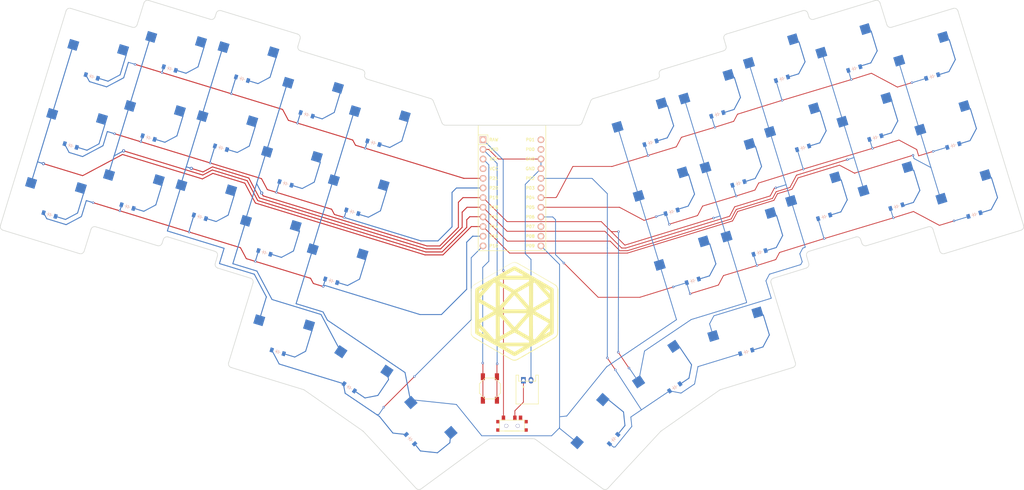
<source format=kicad_pcb>
(kicad_pcb (version 20221018) (generator pcbnew)
  (title_block (title "unibody") (rev "v1.0.0") (company "Unknown"))
  (layers (0 "F.Cu" signal) (31 "B.Cu" signal) (34 "B.Paste" user) (35 "F.Paste" user) (36 "B.SilkS" user "B.Silkscreen") (37 "F.SilkS" user "F.Silkscreen") (38 "B.Mask" user) (39 "F.Mask" user) (44 "Edge.Cuts" user))
  (net 0 "")
  (net 1 "P16")
  (net 2 "pinky_bottom")
  (net 3 "pinky_home")
  (net 4 "pinky_top")
  (net 5 "P10")
  (net 6 "ring_bottom")
  (net 7 "ring_home")
  (net 8 "ring_top")
  (net 9 "P7")
  (net 10 "middle_bottom")
  (net 11 "middle_home")
  (net 12 "middle_top")
  (net 13 "P8")
  (net 14 "index_bottom")
  (net 15 "index_home")
  (net 16 "index_top")
  (net 17 "P9")
  (net 18 "inner_bottom")
  (net 19 "inner_home")
  (net 20 "inner_top")
  (net 21 "near_thumb")
  (net 22 "home_thumb")
  (net 23 "far_thumb")
  (net 24 "mirror_pinky_bottom")
  (net 25 "mirror_pinky_home")
  (net 26 "mirror_pinky_top")
  (net 27 "mirror_ring_bottom")
  (net 28 "mirror_ring_home")
  (net 29 "mirror_ring_top")
  (net 30 "mirror_middle_bottom")
  (net 31 "mirror_middle_home")
  (net 32 "mirror_middle_top")
  (net 33 "mirror_index_bottom")
  (net 34 "mirror_index_home")
  (net 35 "mirror_index_top")
  (net 36 "mirror_inner_bottom")
  (net 37 "mirror_inner_home")
  (net 38 "mirror_inner_top")
  (net 39 "mirror_near_thumb")
  (net 40 "mirror_home_thumb")
  (net 41 "mirror_far_thumb")
  (net 42 "P14")
  (net 43 "P18")
  (net 44 "P19")
  (net 45 "P15")
  (net 46 "P6")
  (net 47 "P5")
  (net 48 "P4")
  (net 49 "RAW")
  (net 50 "GND")
  (net 51 "RST")
  (net 52 "VCC")
  (net 53 "P21")
  (net 54 "P20")
  (net 55 "P1")
  (net 56 "P0")
  (net 57 "P2")
  (net 58 "P3")
  (net 59 "POS")
  (footprint "E73:SPDT_C128955" (layer "F.Cu") (at 197.108052 214.457438 180)
    (fp_text reference "T1" hide)
    (fp_text value "" hide)
  )
  (footprint "E73:SW_TACT_ALPS_SKQGABE010" (layer "F.Cu") (at 191.291948 204.622929 -90)
    (fp_text reference "B1" hide)
    (fp_text value "" hide)
  )
  (footprint "MX" (layer "F.Cu") (at 291.599277 134.753547 17)
    (fp_text reference "S23" hide)
    (fp_text value "" hide)
  )
  (footprint "ComboDiode" (layer "F.Cu") (at 307.722472 122.504344 17)
    (fp_text reference "D21" hide)
    (fp_text value "" hide)
  )
  (footprint "MX" (layer "F.Cu") (at 257.604705 191.157166 17)
    (fp_text reference "S34" hide)
    (fp_text value "" hide)
  )
  (footprint "ComboDiode" (layer "F.Cu") (at 155.079586 158.112867 -17)
    (fp_text reference "D14" hide)
    (fp_text value "" hide)
  )
  (footprint "MX" (layer "F.Cu") (at 121.663713 137.439698 -17)
    (fp_text reference "S8" hide)
    (fp_text value "" hide)
  )
  (footprint "ComboDiode" (layer "F.Cu") (at 313.277534 140.674138 17)
    (fp_text reference "D20" hide)
    (fp_text value "" hide)
  )
  (footprint "MX" (layer "F.Cu") (at 261.107136 164.989758 17)
    (fp_text reference "S28" hide)
    (fp_text value "" hide)
  )
  (footprint "JST_PH_S2B-PH-K_02x2.00mm_Angled" (layer "F.Cu") (at 201.108053 202.457439)
    (fp_text reference "JST1" hide)
    (fp_text value "" hide)
  )
  (footprint "MX" (layer "F.Cu") (at 237.967034 154.287649 17)
    (fp_text reference "S32" hide)
    (fp_text value "" hide)
  )
  (footprint "LOGO" (layer "F.Cu") (at 197.747752 184.29367)
    (fp_text reference "G***" hide)
    (fp_text value "LOGO" hide)
  )
  (footprint "MX" (layer "F.Cu") (at 220.877599 215.284314 48)
    (fp_text reference "S36" hide)
    (fp_text value "" hide)
  )
  (footprint "MX" (layer "F.Cu") (at 156.504762 201.014283 -34)
    (fp_text reference "S17" hide)
    (fp_text value "" hide)
  )
  (footprint "ComboDiode" (layer "F.Cu") (at 258.774192 194.982381 17)
    (fp_text reference "D34" hide)
    (fp_text value "" hide)
  )
  (footprint "MX" (layer "F.Cu") (at 278.107444 155.609482 17)
    (fp_text reference "S25" hide)
    (fp_text value "" hide)
  )
  (footprint "MX" (layer "F.Cu") (at 312.108039 136.848916 17)
    (fp_text reference "S20" hide)
    (fp_text value "" hide)
  )
  (footprint "ComboDiode" (layer "F.Cu") (at 287.213706 120.408978 17)
    (fp_text reference "D24" hide)
    (fp_text value "" hide)
  )
  (footprint "ComboDiode" (layer "F.Cu") (at 244.691578 176.282658 17)
    (fp_text reference "D31" hide)
    (fp_text value "" hide)
  )
  (footprint "MX" (layer "F.Cu") (at 272.552384 137.439697 17)
    (fp_text reference "S26" hide)
    (fp_text value "" hide)
  )
  (footprint "MX" (layer "F.Cu") (at 76.552984 155.018716 -17)
    (fp_text reference "S1" hide)
    (fp_text value "" hide)
  )
  (footprint "ComboDiode" (layer "F.Cu") (at 268.166796 123.095124 17)
    (fp_text reference "D27" hide)
    (fp_text value "" hide)
  )
  (footprint "ComboDiode" (layer "F.Cu") (at 114.939165 159.434701 -17)
    (fp_text reference "D7" hide)
    (fp_text value "" hide)
  )
  (footprint "MX" (layer "F.Cu") (at 237.71133 201.01428 34)
    (fp_text reference "S35" hide)
    (fp_text value "" hide)
  )
  (footprint "ComboDiode" (layer "F.Cu") (at 149.524523 176.282654 -17)
    (fp_text reference "D13" hide)
    (fp_text value "" hide)
  )
  (footprint "MX" (layer "F.Cu") (at 82.108046 136.848921 -17)
    (fp_text reference "S2" hide)
    (fp_text value "" hide)
  )
  (footprint "MX" (layer "F.Cu") (at 108.171885 116.583758 -17)
    (fp_text reference "S6" hide)
    (fp_text value "" hide)
  )
  (footprint "MX" (layer "F.Cu") (at 249.997015 128.650182 17)
    (fp_text reference "S30" hide)
    (fp_text value "" hide)
  )
  (footprint "ComboDiode" (layer "F.Cu") (at 239.136514 158.112882 17)
    (fp_text reference "D32" hide)
    (fp_text value "" hide)
  )
  (footprint "ComboDiode" (layer "F.Cu") (at 223.850179 217.960834 48)
    (fp_text reference "D36" hide)
    (fp_text value "" hide)
  )
  (footprint "MX" (layer "F.Cu") (at 116.108666 155.609487 -17)
    (fp_text reference "S7" hide)
    (fp_text value "" hide)
  )
  (footprint "ComboDiode" (layer "F.Cu") (at 131.939465 168.814985 -17)
    (fp_text reference "D10" hide)
    (fp_text value "" hide)
  )
  (footprint "ComboDiode" (layer "F.Cu") (at 75.383503 158.843932 -17)
    (fp_text reference "D1" hide)
    (fp_text value "" hide)
  )
  (footprint "MX" (layer "F.Cu") (at 127.218783 119.269895 -17)
    (fp_text reference "S9" hide)
    (fp_text value "" hide)
  )
  (footprint "ComboDiode" (layer "F.Cu") (at 298.323835 156.748551 17)
    (fp_text reference "D22" hide)
    (fp_text value "" hide)
  )
  (footprint "ComboDiode" (layer "F.Cu") (at 160.634644 139.943076 -17)
    (fp_text reference "D15" hide)
    (fp_text value "" hide)
  )
  (footprint "MX" (layer "F.Cu") (at 173.338496 215.284308 -48)
    (fp_text reference "S18" hide)
    (fp_text value "" hide)
  )
  (footprint "MX" (layer "F.Cu") (at 138.664012 146.819985 -17)
    (fp_text reference "S11" hide)
    (fp_text value "" hide)
  )
  (footprint "ComboDiode" (layer "F.Cu") (at 135.441901 194.98239 -17)
    (fp_text reference "D16" hide)
    (fp_text value "" hide)
  )
  (footprint "ComboDiode" (layer "F.Cu") (at 318.832594 158.843943 17)
    (fp_text reference "D19" hide)
    (fp_text value "" hide)
  )
  (footprint "ComboDiode" (layer "F.Cu") (at 80.938552 140.674138 -17)
    (fp_text reference "D2" hide)
    (fp_text value "" hide)
  )
  (footprint "MX" (layer "F.Cu") (at 317.663112 155.01872 17)
    (fp_text reference "S19" hide)
    (fp_text value "" hide)
  )
  (footprint "MX" (layer "F.Cu") (at 136.611384 191.157166 -17)
    (fp_text reference "S16" hide)
    (fp_text value "" hide)
  )
  (footprint "ComboDiode" (layer "F.Cu") (at 262.276626 168.814986 17)
    (fp_text reference "D28" hide)
    (fp_text value "" hide)
  )
  (footprint "MX" (layer "F.Cu") (at 255.552081 146.819974 17)
    (fp_text reference "S29" hide)
    (fp_text value "" hide)
  )
  (footprint "MX" (layer "F.Cu") (at 286.044219 116.583752 17)
    (fp_text reference "S24" hide)
    (fp_text value "" hide)
  )
  (footprint "ComboDiode" (layer "F.Cu") (at 256.72156 150.645203 17)
    (fp_text reference "D29" hide)
    (fp_text value "" hide)
  )
  (footprint "MX" (layer "F.Cu") (at 306.552979 118.679128 17)
    (fp_text reference "S21" hide)
    (fp_text value "" hide)
  )
  (footprint "ComboDiode" (layer "F.Cu") (at 137.494538 150.645194 -17)
    (fp_text reference "D11" hide)
    (fp_text value "" hide)
  )
  (footprint "MX" (layer "F.Cu") (at 144.219078 128.650188 -17)
    (fp_text reference "S12" hide)
    (fp_text value "" hide)
  )
  (footprint "MX" (layer "F.Cu") (at 297.154345 152.923344 17)
    (fp_text reference "S22" hide)
    (fp_text value "" hide)
  )
  (footprint "ComboDiode" (layer "F.Cu") (at 251.166492 132.475404 17)
    (fp_text reference "D30" hide)
    (fp_text value "" hide)
  )
  (footprint "ProMicro" (layer "F.Cu") (at 197.108048 153.117863 -90)
    (fp_text reference "MCU1" hide)
    (fp_text value "" hide)
  )
  (footprint "MX" (layer "F.Cu") (at 266.997311 119.269897 17)
    (fp_text reference "S27" hide)
    (fp_text value "" hide)
  )
  (footprint "MX" (layer "F.Cu") (at 102.616815 134.753548 -17)
    (fp_text reference "S5" hide)
    (fp_text value "" hide)
  )
  (footprint "ComboDiode" (layer "F.Cu") (at 143.049595 132.475396 -17)
    (fp_text reference "D12" hide)
    (fp_text value "" hide)
  )
  (footprint "MX" (layer "F.Cu") (at 161.804135 136.11786 -17)
    (fp_text reference "S15" hide)
    (fp_text value "" hide)
  )
  (footprint "ComboDiode" (layer "F.Cu") (at 170.365923 217.960825 -48)
    (fp_text reference "D18" hide)
    (fp_text value "" hide)
  )
  (footprint "MX" (layer "F.Cu") (at 232.41197 136.117852 17)
    (fp_text reference "S33" hide)
    (fp_text value "" hide)
  )
  (footprint "ComboDiode" (layer "F.Cu") (at 126.049297 123.095126 -17)
    (fp_text reference "D9" hide)
    (fp_text value "" hide)
  )
  (footprint "ComboDiode" (layer "F.Cu") (at 292.76878 138.578767 17)
    (fp_text reference "D23" hide)
    (fp_text value "" hide)
  )
  (footprint "ComboDiode" (layer "F.Cu") (at 95.892254 156.748559 -17)
    (fp_text reference "D4" hide)
    (fp_text value "" hide)
  )
  (footprint "ComboDiode" (layer "F.Cu") (at 107.002387 120.408981 -17)
    (fp_text reference "D6" hide)
    (fp_text value "" hide)
  )
  (footprint "MX" (layer "F.Cu") (at 87.663117 118.679132 -17)
    (fp_text reference "S3" hide)
    (fp_text value "" hide)
  )
  (footprint "MX" (layer "F.Cu") (at 243.52209 172.457432 17)
    (fp_text reference "S31" hide)
    (fp_text value "" hide)
  )
  (footprint "ComboDiode" (layer "F.Cu") (at 233.581454 139.943078 17)
    (fp_text reference "D33" hide)
    (fp_text value "" hide)
  )
  (footprint "MX" (layer "F.Cu") (at 156.249072 154.287644 -17)
    (fp_text reference "S14" hide)
    (fp_text value "" hide)
  )
  (footprint "ComboDiode" (layer "F.Cu") (at 154.267989 204.330432 -34)
    (fp_text reference "D17" hide)
    (fp_text value "" hide)
  )
  (footprint "ComboDiode" (layer "F.Cu") (at 239.948105 204.330441 34)
    (fp_text reference "D35" hide)
    (fp_text value "" hide)
  )
  (footprint "ComboDiode" (layer "F.Cu") (at 273.721859 141.26491 17)
    (fp_text reference "D26" hide)
    (fp_text value "" hide)
  )
  (footprint "ComboDiode" (layer "F.Cu") (at 120.494231 141.264906 -17)
    (fp_text reference "D8" hide)
    (fp_text value "" hide)
  )
  (footprint "ComboDiode" (layer "F.Cu") (at 86.493628 122.504357 -17)
    (fp_text reference "D3" hide)
    (fp_text value "" hide)
  )
  (footprint "ComboDiode" (layer "F.Cu") (at 101.447332 138.57876 -17)
    (fp_text reference "D5" hide)
    (fp_text value "" hide)
  )
  (footprint "ComboDiode" (layer "F.Cu") (at 279.276929 159.434701 17)
    (fp_text reference "D25" hide)
    (fp_text value "" hide)
  )
  (footprint "MX" (layer "F.Cu") (at 97.061752 152.923345 -17)
    (fp_text reference "S4" hide)
    (fp_text value "" hide)
  )
  (footprint "MX" (layer "F.Cu") (at 150.694007 172.457437 -17)
    (fp_text reference "S13" hide)
    (fp_text value "" hide)
  )
  (footprint "MX" (layer "F.Cu") (at 133.108954 164.989773 -17)
    (fp_text reference "S10" hide)
    (fp_text value "" hide)
  )
  (gr_arc (start 202.731063 217.850278) (mid 203.042484 217.9) (end 203.322929 218.044234) (stroke (width 0.15)) (layer "Edge.Cuts"))
  (gr_arc (start 159.003645 123.210069) (mid 158.418369 122.733287) (end 158.333309 121.983215) (stroke (width 0.15)) (layer "Edge.Cuts"))
  (gr_arc (start 173.20421 231.033035) (mid 172.517661 231.222496) (end 171.879141 230.907) (stroke (width 0.15)) (layer "Edge.Cuts"))
  (gr_line (start 171.879141 230.907) (end 158.028982 215.973261) (stroke (width 0.15)) (layer "Edge.Cuts"))
  (gr_arc (start 79.718915 105.244438) (mid 80.20577 104.653941) (end 80.96758 104.580514) (stroke (width 0.15)) (layer "Edge.Cuts"))
  (gr_arc (start 141.429288 115.745654) (mid 140.841345 115.263856) (end 140.762084 114.507881) (stroke (width 0.15)) (layer "Edge.Cuts"))
  (gr_line (start 297.029421 109.539182) (end 313.248509 104.580514) (stroke (width 0.15)) (layer "Edge.Cuts"))
  (gr_line (start 83.253934 169.118984) (end 63.118287 162.962914) (stroke (width 0.15)) (layer "Edge.Cuts"))
  (gr_arc (start 251.735691 205.054347) (mid 251.870961 204.974638) (end 252.017042 204.917091) (stroke (width 0.15)) (layer "Edge.Cuts"))
  (gr_arc (start 274.650445 169.75179) (mid 274.729784 168.995818) (end 275.317655 168.514002) (stroke (width 0.15)) (layer "Edge.Cuts"))
  (gr_line (start 118.898446 168.514008) (end 106.576108 164.746698) (stroke (width 0.15)) (layer "Edge.Cuts"))
  (gr_line (start 101.470927 102.483466) (end 117.704421 107.446544) (stroke (width 0.15)) (layer "Edge.Cuts"))
  (gr_arc (start 265.278595 176.838338) (mid 265.351358 176.077597) (end 265.940093 175.5904) (stroke (width 0.15)) (layer "Edge.Cuts"))
  (gr_arc (start 98.433684 108.88068) (mid 97.946029 109.46716) (end 97.18668 109.539176) (stroke (width 0.15)) (layer "Edge.Cuts"))
  (gr_line (start 253.454003 114.507884) (end 252.884606 112.566785) (stroke (width 0.15)) (layer "Edge.Cuts"))
  (gr_arc (start 175.735504 128.32551) (mid 176.12094 128.546511) (end 176.372516 128.912721) (stroke (width 0.15)) (layer "Edge.Cuts"))
  (gr_line (start 176.372516 128.912721) (end 178.668347 134.693661) (stroke (width 0.15)) (layer "Edge.Cuts"))
  (gr_arc (start 105.015799 166.376902) (mid 104.526788 166.956543) (end 103.771667 167.026365) (stroke (width 0.15)) (layer "Edge.Cuts"))
  (gr_line (start 98.433684 108.88068) (end 100.22393 103.141987) (stroke (width 0.15)) (layer "Edge.Cuts"))
  (gr_line (start 235.882785 121.983212) (end 235.870474 121.939413) (stroke (width 0.15)) (layer "Edge.Cuts"))
  (gr_arc (start 118.898467 168.51401) (mid 119.486307 168.995857) (end 119.565652 169.751799) (stroke (width 0.15)) (layer "Edge.Cuts"))
  (gr_arc (start 236.187112 215.973259) (mid 236.263163 215.899516) (end 236.346583 215.834223) (stroke (width 0.15)) (layer "Edge.Cuts"))
  (gr_line (start 274.951372 105.816346) (end 275.267543 106.797079) (stroke (width 0.15)) (layer "Edge.Cuts"))
  (gr_line (start 218.480601 128.32551) (end 235.212446 123.21007) (stroke (width 0.15)) (layer "Edge.Cuts"))
  (gr_arc (start 157.869508 215.834212) (mid 157.952941 215.899498) (end 158.028982 215.973261) (stroke (width 0.15)) (layer "Edge.Cuts"))
  (gr_arc (start 331.761735 161.714236) (mid 331.688413 162.476115) (end 331.0978 162.962913) (stroke (width 0.15)) (layer "Edge.Cuts"))
  (gr_line (start 62.45436 161.714236) (end 79.718911 105.244437) (stroke (width 0.15)) (layer "Edge.Cuts"))
  (gr_line (start 306.677915 162.063286) (end 290.44443 167.026355) (stroke (width 0.15)) (layer "Edge.Cuts"))
  (gr_arc (start 310.962162 169.118998) (mid 310.20285 169.04694) (end 309.715162 168.460503) (stroke (width 0.15)) (layer "Edge.Cuts"))
  (gr_line (start 293.992162 103.141962) (end 295.782418 108.880671) (stroke (width 0.15)) (layer "Edge.Cuts"))
  (gr_line (start 105.331988 165.39616) (end 105.015806 166.376899) (stroke (width 0.15)) (layer "Edge.Cuts"))
  (gr_line (start 215.547754 134.693672) (end 217.843578 128.912717) (stroke (width 0.15)) (layer "Edge.Cuts"))
  (gr_line (start 142.199063 204.91708) (end 123.176706 199.101379) (stroke (width 0.15)) (layer "Edge.Cuts"))
  (gr_arc (start 123.176706 199.101379) (mid 122.58605 198.614576) (end 122.512774 197.852691) (stroke (width 0.15)) (layer "Edge.Cuts"))
  (gr_arc (start 313.248509 104.580514) (mid 314.010366 104.653828) (end 314.497181 105.244435) (stroke (width 0.15)) (layer "Edge.Cuts"))
  (gr_arc (start 217.843578 128.912717) (mid 218.095206 128.546552) (end 218.480601 128.32551) (stroke (width 0.15)) (layer "Edge.Cuts"))
  (gr_arc (start 275.220544 171.695286) (mid 275.141905 172.450177) (end 274.55579 172.932328) (stroke (width 0.15)) (layer "Edge.Cuts"))
  (gr_line (start 141.429292 115.745663) (end 157.675288 120.712575) (stroke (width 0.15)) (layer "Edge.Cuts"))
  (gr_line (start 331.0978 162.962913) (end 310.962162 169.118998) (stroke (width 0.15)) (layer "Edge.Cuts"))
  (gr_line (start 265.278595 176.838338) (end 271.703323 197.852694) (stroke (width 0.15)) (layer "Edge.Cuts"))
  (gr_line (start 251.735692 205.054348) (end 236.346583 215.834223) (stroke (width 0.15)) (layer "Edge.Cuts"))
  (gr_line (start 120.508858 105.166883) (end 140.664278 111.32901) (stroke (width 0.15)) (layer "Edge.Cuts"))
  (gr_arc (start 273.707236 105.166883) (mid 274.462391 105.236683) (end 274.951372 105.816346) (stroke (width 0.15)) (layer "Edge.Cuts"))
  (gr_arc (start 271.703323 197.852694) (mid 271.630024 198.614571) (end 271.039399 199.101366) (stroke (width 0.15)) (layer "Edge.Cuts"))
  (gr_line (start 276.511686 107.446541) (end 292.745167 102.483468) (stroke (width 0.15)) (layer "Edge.Cuts"))
  (gr_line (start 118.948558 106.797083) (end 119.264729 105.816347) (stroke (width 0.15)) (layer "Edge.Cuts"))
  (gr_line (start 309.715162 168.460503) (end 307.924909 162.721788) (stroke (width 0.15)) (layer "Edge.Cuts"))
  (gr_arc (start 140.664278 111.32901) (mid 141.25211 111.810851) (end 141.331482 112.566787) (stroke (width 0.15)) (layer "Edge.Cuts"))
  (gr_line (start 190.893165 218.044231) (end 173.20421 231.033035) (stroke (width 0.15)) (layer "Edge.Cuts"))
  (gr_line (start 253.551793 111.329015) (end 273.707236 105.166883) (stroke (width 0.15)) (layer "Edge.Cuts"))
  (gr_line (start 274.55579 172.932328) (end 265.940093 175.5904) (stroke (width 0.15)) (layer "Edge.Cuts"))
  (gr_line (start 236.187112 215.973259) (end 222.336952 230.906997) (stroke (width 0.15)) (layer "Edge.Cuts"))
  (gr_line (start 80.96758 104.580514) (end 97.18668 109.539176) (stroke (width 0.15)) (layer "Edge.Cuts"))
  (gr_arc (start 105.331977 165.396161) (mid 105.82097 164.816493) (end 106.576108 164.746698) (stroke (width 0.15)) (layer "Edge.Cuts"))
  (gr_line (start 271.039399 199.101366) (end 252.017042 204.917091) (stroke (width 0.15)) (layer "Edge.Cuts"))
  (gr_arc (start 157.675288 120.712575) (mid 158.260421 121.189403) (end 158.345621 121.939414) (stroke (width 0.15)) (layer "Edge.Cuts"))
  (gr_line (start 103.771667 167.026365) (end 87.538182 162.063284) (stroke (width 0.15)) (layer "Edge.Cuts"))
  (gr_line (start 141.331482 112.566787) (end 140.762084 114.507881) (stroke (width 0.15)) (layer "Edge.Cuts"))
  (gr_line (start 236.540808 120.712568) (end 252.786803 115.745655) (stroke (width 0.15)) (layer "Edge.Cuts"))
  (gr_arc (start 253.454002 114.507889) (mid 253.374811 115.263922) (end 252.786803 115.745655) (stroke (width 0.15)) (layer "Edge.Cuts"))
  (gr_line (start 122.512774 197.852691) (end 128.937506 176.838333) (stroke (width 0.15)) (layer "Edge.Cuts"))
  (gr_line (start 157.869509 215.834222) (end 142.480417 205.054343) (stroke (width 0.15)) (layer "Edge.Cuts"))
  (gr_line (start 159.003645 123.210069) (end 175.735504 128.32551) (stroke (width 0.15)) (layer "Edge.Cuts"))
  (gr_line (start 128.276007 175.590396) (end 119.660308 172.93232) (stroke (width 0.15)) (layer "Edge.Cuts"))
  (gr_arc (start 306.677915 162.063295) (mid 307.437233 162.135339) (end 307.924909 162.721788) (stroke (width 0.15)) (layer "Edge.Cuts"))
  (gr_arc (start 119.264729 105.816347) (mid 119.753693 105.236658) (end 120.508858 105.166883) (stroke (width 0.15)) (layer "Edge.Cuts"))
  (gr_arc (start 179.597734 135.324558) (mid 179.036105 135.151905) (end 178.668347 134.693661) (stroke (width 0.15)) (layer "Edge.Cuts"))
  (gr_arc (start 128.276007 175.590396) (mid 128.864787 176.077602) (end 128.937506 176.838333) (stroke (width 0.15)) (layer "Edge.Cuts"))
  (gr_line (start 287.639977 164.746692) (end 275.317655 168.514002) (stroke (width 0.15)) (layer "Edge.Cuts"))
  (gr_line (start 289.200298 166.376901) (end 288.884111 165.396153) (stroke (width 0.15)) (layer "Edge.Cuts"))
  (gr_arc (start 287.639985 164.746693) (mid 288.39511 164.816517) (end 288.884111 165.396153) (stroke (width 0.15)) (layer "Edge.Cuts"))
  (gr_arc (start 290.44443 167.026355) (mid 289.6893 166.956538) (end 289.200298 166.376901) (stroke (width 0.15)) (layer "Edge.Cuts"))
  (gr_line (start 118.995546 171.695286) (end 119.565652 169.751799) (stroke (width 0.15)) (layer "Edge.Cuts"))
  (gr_arc (start 292.745166 102.483469) (mid 293.504501 102.555486) (end 293.992162 103.141962) (stroke (width 0.15)) (layer "Edge.Cuts"))
  (gr_arc (start 118.948552 106.797081) (mid 118.459559 107.376762) (end 117.704421 107.446544) (stroke (width 0.15)) (layer "Edge.Cuts"))
  (gr_arc (start 222.336952 230.906997) (mid 221.698432 231.222549) (end 221.011883 231.033018) (stroke (width 0.15)) (layer "Edge.Cuts"))
  (gr_arc (start 190.893165 218.044231) (mid 191.173626 217.900016) (end 191.485042 217.850261) (stroke (width 0.15)) (layer "Edge.Cuts"))
  (gr_line (start 274.650445 169.75179) (end 275.220544 171.695286) (stroke (width 0.15)) (layer "Edge.Cuts"))
  (gr_arc (start 100.22392 103.141972) (mid 100.711574 102.555486) (end 101.470927 102.483466) (stroke (width 0.15)) (layer "Edge.Cuts"))
  (gr_arc (start 276.511669 107.446545) (mid 275.756529 107.376746) (end 275.267543 106.797079) (stroke (width 0.15)) (layer "Edge.Cuts"))
  (gr_line (start 314.497181 105.244435) (end 331.761735 161.714236) (stroke (width 0.15)) (layer "Edge.Cuts"))
  (gr_arc (start 86.291185 162.721791) (mid 86.778847 162.135335) (end 87.538182 162.063284) (stroke (width 0.15)) (layer "Edge.Cuts"))
  (gr_line (start 202.731066 217.850267) (end 191.485042 217.850261) (stroke (width 0.15)) (layer "Edge.Cuts"))
  (gr_line (start 86.291181 162.721786) (end 84.500924 168.460498) (stroke (width 0.15)) (layer "Edge.Cuts"))
  (gr_arc (start 215.547754 134.693672) (mid 215.179995 135.151911) (end 214.618358 135.324571) (stroke (width 0.15)) (layer "Edge.Cuts"))
  (gr_arc (start 84.500924 168.460498) (mid 84.013285 169.04704) (end 83.253934 169.118984) (stroke (width 0.15)) (layer "Edge.Cuts"))
  (gr_arc (start 297.029418 109.539175) (mid 296.270116 109.467089) (end 295.782418 108.880671) (stroke (width 0.15)) (layer "Edge.Cuts"))
  (gr_arc (start 235.882785 121.983212) (mid 235.797581 122.733211) (end 235.212446 123.21007) (stroke (width 0.15)) (layer "Edge.Cuts"))
  (gr_arc (start 235.870476 121.939414) (mid 235.955633 121.189379) (end 236.540808 120.712568) (stroke (width 0.15)) (layer "Edge.Cuts"))
  (gr_line (start 158.345621 121.939414) (end 158.333309 121.983215) (stroke (width 0.15)) (layer "Edge.Cuts"))
  (gr_line (start 221.011883 231.033018) (end 203.322929 218.044234) (stroke (width 0.15)) (layer "Edge.Cuts"))
  (gr_arc (start 119.660308 172.93232) (mid 119.074276 172.450105) (end 118.995546 171.695286) (stroke (width 0.15)) (layer "Edge.Cuts"))
  (gr_arc (start 142.199048 204.917085) (mid 142.345134 204.97464) (end 142.480417 205.054343) (stroke (width 0.15)) (layer "Edge.Cuts"))
  (gr_arc (start 63.118287 162.962914) (mid 62.527677 162.476112) (end 62.45436 161.714236) (stroke (width 0.15)) (layer "Edge.Cuts"))
  (gr_arc (start 252.884606 112.566785) (mid 252.963888 111.810811) (end 253.551793 111.329015) (stroke (width 0.15)) (layer "Edge.Cuts"))
  (gr_line (start 179.597734 135.324558) (end 214.618358 135.324571) (stroke (width 0.15)) (layer "Edge.Cuts"))
  (segment (start 144.822464 176.992005) (end 147.404486 177.781406) (width 0.25) (layer "F.Cu") (net 1))
  (segment (start 112.154599 163.449084) (end 125.638497 167.571523) (width 0.25) (layer "F.Cu") (net 1))
  (segment (start 86.908153 155.73047) (end 91.594046 157.163089) (width 0.25) (layer "F.Cu") (net 1))
  (segment (start 129.556305 171.17441) (end 144.092137 175.618462) (width 0.25) (layer "F.Cu") (net 1))
  (segment (start 91.594046 157.163089) (end 93.889179 157.864783) (width 0.25) (layer "F.Cu") (net 1))
  (segment (start 93.889179 157.864783) (end 111.963341 163.390609) (width 0.25) (layer "F.Cu") (net 1))
  (segment (start 127.165542 170.443481) (end 129.556305 171.17441) (width 0.25) (layer "F.Cu") (net 1))
  (segment (start 144.092137 175.618462) (end 144.822464 176.992005) (width 0.25) (layer "F.Cu") (net 1))
  (segment (start 125.638497 167.571523) (end 127.165542 170.443481) (width 0.25) (layer "F.Cu") (net 1))
  (via (at 112.154599 163.449084) (size 0.6) (drill 0.3) (layers "F.Cu" "B.Cu") (net 1))
  (via (at 147.404486 177.781406) (size 0.6) (drill 0.3) (layers "F.Cu" "B.Cu") (net 1))
  (via (at 93.889179 157.864783) (size 0.6) (drill 0.3) (layers "F.Cu" "B.Cu") (net 1))
  (via (at 129.556305 171.17441) (size 0.6) (drill 0.3) (layers "F.Cu" "B.Cu") (net 1))
  (via (at 86.860337 155.71585) (size 0.6) (drill 0.3) (layers "F.Cu" "B.Cu") (net 1))
  (segment (start 79.539261 161.433391) (end 79.750941 161.498107) (width 0.25) (layer "B.Cu") (net 1))
  (segment (start 186.777979 164.516669) (end 186.809166 164.547859) (width 0.25) (layer "B.Cu") (net 1))
  (segment (start 172.902634 185.167257) (end 178.527412 185.167255) (width 0.25) (layer "B.Cu") (net 1))
  (segment (start 158.999313 180.916585) (end 172.902634 185.167257) (width 0.25) (layer "B.Cu") (net 1))
  (segment (start 83.810717 159.237448) (end 85.056028 155.164221) (width 0.25) (layer "B.Cu") (net 1))
  (segment (start 185.177993 166.116671) (end 186.777979 164.516669) (width 0.25) (layer "B.Cu") (net 1))
  (segment (start 73.805591 158.361521) (end 74.643008 159.936453) (width 0.25) (layer "B.Cu") (net 1))
  (segment (start 79.750941 161.498107) (end 83.756924 159.368085) (width 0.25) (layer "B.Cu") (net 1))
  (segment (start 185.17799 178.516682) (end 185.177993 166.116671) (width 0.25) (layer "B.Cu") (net 1))
  (segment (start 178.527412 185.167255) (end 185.17799 178.516682) (width 0.25) (layer "B.Cu") (net 1))
  (segment (start 147.404486 177.781406) (end 147.984536 175.884159) (width 0.25) (layer "B.Cu") (net 1))
  (segment (start 93.889179 157.864783) (end 94.352276 156.350055) (width 0.25) (layer "B.Cu") (net 1))
  (segment (start 85.056028 155.164221) (end 86.860337 155.71585) (width 0.25) (layer "B.Cu") (net 1))
  (segment (start 74.643008 159.936453) (end 79.539261 161.433391) (width 0.25) (layer "B.Cu") (net 1))
  (segment (start 147.404486 177.781406) (end 147.419104 177.733593) (width 0.25) (layer "B.Cu") (net 1))
  (segment (start 129.544343 171.151912) (end 130.387526 168.39398) (width 0.25) (layer "B.Cu") (net 1))
  (segment (start 186.809166 164.547859) (end 189.488043 164.547862) (width 0.25) (layer "B.Cu") (net 1))
  (segment (start 149.479465 178.006075) (end 158.999313 180.916585) (width 0.25) (layer "B.Cu") (net 1))
  (segment (start 112.076248 163.30173) (end 113.387227 159.013715) (width 0.25) (layer "B.Cu") (net 1))
  (segment (start 147.85614 177.501214) (end 149.474029 177.995854) (width 0.25) (layer "B.Cu") (net 1))
  (segment (start 149.474029 177.995854) (end 149.479465 178.006075) (width 0.25) (layer "B.Cu") (net 1))
  (segment (start 147.419104 177.733593) (end 147.85614 177.501214) (width 0.25) (layer "B.Cu") (net 1))
  (segment (start 76.961408 159.326347) (end 79.584124 160.128184) (width 0.25) (layer "B.Cu") (net 2))
  (segment (start 82.754146 158.442651) (end 84.348153 153.228857) (width 0.25) (layer "B.Cu") (net 2))
  (segment (start 79.584124 160.128184) (end 82.754146 158.442651) (width 0.25) (layer "B.Cu") (net 2))
  (segment (start 84.348153 153.228857) (end 83.62497 151.868722) (width 0.25) (layer "B.Cu") (net 2))
  (segment (start 88.395812 140.226806) (end 89.989825 135.013017) (width 0.25) (layer "B.Cu") (net 3))
  (segment (start 89.989825 135.013017) (end 89.26663 133.652886) (width 0.25) (layer "B.Cu") (net 3))
  (segment (start 82.603071 141.110508) (end 85.225774 141.912349) (width 0.25) (layer "B.Cu") (net 3))
  (segment (start 85.225774 141.912349) (end 88.395812 140.226806) (width 0.25) (layer "B.Cu") (net 3))
  (segment (start 90.780844 123.742553) (end 93.950879 122.057022) (width 0.25) (layer "B.Cu") (net 4))
  (segment (start 95.544904 116.843226) (end 94.821699 115.483089) (width 0.25) (layer "B.Cu") (net 4))
  (segment (start 93.950879 122.057022) (end 95.544904 116.843226) (width 0.25) (layer "B.Cu") (net 4))
  (segment (start 88.158134 122.940709) (end 90.780844 123.742553) (width 0.25) (layer "B.Cu") (net 4))
  (segment (start 171.377997 201.516668) (end 163.377984 209.516671) (width 0.2) (layer "F.Cu") (net 5))
  (via (at 163.377984 209.516671) (size 0.6) (drill 0.3) (layers "F.Cu" "B.Cu") (net 5))
  (via (at 171.377997 201.516668) (size 0.6) (drill 0.3) (layers "F.Cu" "B.Cu") (net 5))
  (segment (start 162.206899 211.976015) (end 165.762522 216.366845) (width 0.25) (layer "B.Cu") (net 5))
  (segment (start 186.377993 178.916669) (end 186.377991 186.516676) (width 0.2) (layer "B.Cu") (net 5))
  (segment (start 165.762522 216.366845) (end 169.261851 216.734638) (width 0.25) (layer "B.Cu") (net 5))
  (segment (start 186.377989 170.197916) (end 186.377993 178.916669) (width 0.2) (layer "B.Cu") (net 5))
  (segment (start 152.900074 203.407767) (end 152.750612 203.629362) (width 0.25) (layer "B.Cu") (net 5))
  (segment (start 189.488043 167.087859) (end 186.377989 170.197916) (width 0.2) (layer "B.Cu") (net 5))
  (segment (start 135.824564 198.187259) (end 152.900074 203.407767) (width 0.25) (layer "B.Cu") (net 5))
  (segment (start 163.377984 209.516671) (end 162.084372 211.434529) (width 0.2) (layer "B.Cu") (net 5))
  (segment (start 153.190947 205.894677) (end 161.556301 211.537172) (width 0.25) (layer "B.Cu") (net 5))
  (segment (start 162.084372 211.434529) (end 161.556301 211.537172) (width 0.2) (layer "B.Cu") (net 5))
  (segment (start 133.863999 194.499984) (end 135.824564 198.187259) (width 0.25) (layer "B.Cu") (net 5))
  (segment (start 186.377991 186.516676) (end 171.377997 201.516668) (width 0.2) (layer "B.Cu") (net 5))
  (segment (start 152.750612 203.629362) (end 153.190947 205.894677) (width 0.25) (layer "B.Cu") (net 5))
  (segment (start 161.556301 211.537172) (end 162.206899 211.976015) (width 0.25) (layer "B.Cu") (net 5))
  (segment (start 97.556767 157.184917) (end 100.179494 157.986773) (width 0.25) (layer "B.Cu") (net 6))
  (segment (start 100.179494 157.986773) (end 103.349511 156.301235) (width 0.25) (layer "B.Cu") (net 6))
  (segment (start 103.349511 156.301235) (end 104.943521 151.087432) (width 0.25) (layer "B.Cu") (net 6))
  (segment (start 104.943521 151.087432) (end 104.220336 149.727294) (width 0.25) (layer "B.Cu") (net 6))
  (segment (start 105.734544 139.816971) (end 108.904584 138.131438) (width 0.25) (layer "B.Cu") (net 7))
  (segment (start 108.904584 138.131438) (end 110.498598 132.917653) (width 0.25) (layer "B.Cu") (net 7))
  (segment (start 110.498598 132.917653) (end 109.775397 131.557501) (width 0.25) (layer "B.Cu") (net 7))
  (segment (start 103.111839 139.015126) (end 105.734544 139.816971) (width 0.25) (layer "B.Cu") (net 7))
  (segment (start 114.459642 119.961642) (end 116.053656 114.74785) (width 0.25) (layer "B.Cu") (net 8))
  (segment (start 116.053656 114.74785) (end 115.330457 113.387713) (width 0.25) (layer "B.Cu") (net 8))
  (segment (start 111.289598 121.647188) (end 114.459642 119.961642) (width 0.25) (layer "B.Cu") (net 8))
  (segment (start 108.666889 120.845335) (end 111.289598 121.647188) (width 0.25) (layer "B.Cu") (net 8))
  (segment (start 119.226384 160.672911) (end 122.396423 158.987387) (width 0.25) (layer "B.Cu") (net 10))
  (segment (start 116.603679 159.871073) (end 119.226384 160.672911) (width 0.25) (layer "B.Cu") (net 10))
  (segment (start 123.99045 153.773583) (end 123.267239 152.413449) (width 0.25) (layer "B.Cu") (net 10))
  (segment (start 122.396423 158.987387) (end 123.99045 153.773583) (width 0.25) (layer "B.Cu") (net 10))
  (segment (start 122.158745 141.701284) (end 124.781446 142.503124) (width 0.25) (layer "B.Cu") (net 11))
  (segment (start 127.951483 140.817588) (end 129.545504 135.603795) (width 0.25) (layer "B.Cu") (net 11))
  (segment (start 124.781446 142.503124) (end 127.951483 140.817588) (width 0.25) (layer "B.Cu") (net 11))
  (segment (start 129.545504 135.603795) (end 128.822304 134.243646) (width 0.25) (layer "B.Cu") (net 11))
  (segment (start 135.013954 117.480041) (end 134.290767 116.11991) (width 0.25) (layer "B.Cu") (net 12))
  (segment (start 130.249913 124.379373) (end 133.419942 122.693846) (width 0.25) (layer "B.Cu") (net 12))
  (segment (start 127.627192 123.577532) (end 130.249913 124.379373) (width 0.25) (layer "B.Cu") (net 12))
  (segment (start 133.419942 122.693846) (end 135.013954 117.480041) (width 0.25) (layer "B.Cu") (net 12))
  (segment (start 141.182002 163.212333) (end 140.458796 161.852201) (width 0.25) (layer "B.Cu") (net 14))
  (segment (start 139.587987 168.426125) (end 141.182002 163.212333) (width 0.25) (layer "B.Cu") (net 14))
  (segment (start 133.79524 169.309821) (end 136.417953 170.111675) (width 0.25) (layer "B.Cu") (net 14))
  (segment (start 136.417953 170.111675) (end 139.587987 168.426125) (width 0.25) (layer "B.Cu") (net 14))
  (segment (start 146.650472 145.088596) (end 145.927272 143.728465) (width 0.25) (layer "B.Cu") (net 15))
  (segment (start 139.263693 151.186072) (end 141.886413 151.987921) (width 0.25) (layer "B.Cu") (net 15))
  (segment (start 145.05645 150.302386) (end 146.650472 145.088596) (width 0.25) (layer "B.Cu") (net 15))
  (segment (start 141.886413 151.987921) (end 145.05645 150.302386) (width 0.25) (layer "B.Cu") (net 15))
  (segment (start 151.909601 126.755816) (end 151.186405 125.395663) (width 0.25) (layer "B.Cu") (net 16))
  (segment (start 150.3156 131.969603) (end 151.909601 126.755816) (width 0.25) (layer "B.Cu") (net 16))
  (segment (start 147.145555 133.655144) (end 150.3156 131.969603) (width 0.25) (layer "B.Cu") (net 16))
  (segment (start 144.522834 132.853295) (end 147.145555 133.655144) (width 0.25) (layer "B.Cu") (net 16))
  (segment (start 240.403528 186.489924) (end 236.004048 172.099872) (width 0.2) (layer "B.Cu") (net 17))
  (segment (start 222.018403 198.915877) (end 211.527356 211.871241) (width 0.2) (layer "B.Cu") (net 17))
  (segment (start 207.537034 217.070514) (end 209.649033 214.958506) (width 0.2) (layer "B.Cu") (net 17))
  (segment (start 144.661208 167.956963) (end 140.280007 182.287209) (width 0.25) (layer "B.Cu") (net 17))
  (segment (start 150.127894 149.447803) (end 144.572845 167.61759) (width 0.25) (layer "B.Cu") (net 17))
  (segment (start 168.950354 200.422938) (end 170.485298 208.319537) (width 0.25) (layer "B.Cu") (net 17))
  (segment (start 148.523154 186.644617) (end 168.950354 200.422938) (width 0.25) (layer "B.Cu") (net 17))
  (segment (start 240.403528 186.489924) (end 240.383983 186.526701) (width 0.2) (layer "B.Cu") (net 17))
  (segment (start 230.44898 153.930099) (end 230.448986 153.93009) (width 0.2) (layer "B.Cu") (net 17))
  (segment (start 209.649033 214.958506) (end 209.668125 215.140207) (width 0.2) (layer "B.Cu") (net 17))
  (segment (start 209.62996 214.777107) (end 209.649033 214.958506) (width 0.2) (layer "B.Cu") (net 17))
  (segment (start 240.383983 186.526701) (end 222.018722 198.914219) (width 0.2) (layer "B.Cu") (net 17))
  (segment (start 236.00405 172.099868) (end 236.004048 172.099872) (width 0.2) (layer "B.Cu") (net 17))
  (segment (start 170.4853 208.319535) (end 171.301093 207.658912) (width 0.2) (layer "B.Cu") (net 17))
  (segment (start 230.448993 153.930091) (end 236.00405 172.099868) (width 0.2) (layer "B.Cu") (net 17))
  (segment (start 182.469419 208.83275) (end 189.140211 217.070503) (width 0.2) (layer "B.Cu") (net 17))
  (segment (start 171.301093 207.658912) (end 182.469419 208.83275) (width 0.2) (layer "B.Cu") (net 17))
  (segment (start 209.62996 214.777107) (end 209.629962 171.989778) (width 0.2) (layer "B.Cu") (net 17))
  (segment (start 209.668125 215.140207) (end 214.249226 218.849902) (width 0.2) (layer "B.Cu") (net 17))
  (segment (start 147.367464 184.47108) (end 148.523154 186.644617) (width 0.25) (layer "B.Cu") (net 17))
  (segment (start 140.280007 182.287209) (end 140.290818 182.307528) (width 0.25) (layer "B.Cu") (net 17))
  (segment (start 222.018722 198.914219) (end 222.018403 198.915877) (width 0.2) (layer "B.Cu") (net 17))
  (segment (start 224.893928 135.760298) (end 230.44898 153.930099) (width 0.2) (layer "B.Cu") (net 17))
  (segment (start 189.140211 217.070503) (end 207.537034 217.070514) (width 0.2) (layer "B.Cu") (net 17))
  (segment (start 211.527356 211.871241) (end 209.777503 212.055151) (width 0.2) (layer "B.Cu") (net 17))
  (segment (start 140.290818 182.307528) (end 147.367464 184.47108) (width 0.25) (layer "B.Cu") (net 17))
  (segment (start 209.629962 171.989778) (end 204.728045 167.087867) (width 0.2) (layer "B.Cu") (net 17))
  (segment (start 155.682963 131.278005) (end 150.127894 149.447803) (width 0.25) (layer "B.Cu") (net 17))
  (segment (start 158.575781 170.621527) (end 157.852597 169.261398) (width 0.25) (layer "B.Cu") (net 18))
  (segment (start 153.811742 177.520867) (end 156.98177 175.835331) (width 0.25) (layer "B.Cu") (net 18))
  (segment (start 151.189029 176.71903) (end 153.811742 177.520867) (width 0.25) (layer "B.Cu") (net 18))
  (segment (start 156.98177 175.835331) (end 158.575781 170.621527) (width 0.25) (layer "B.Cu") (net 18))
  (segment (start 162.478369 157.856801) (end 164.072374 152.642999) (width 0.25) (layer "B.Cu") (net 19))
  (segment (start 156.685626 158.740486) (end 159.308319 159.542345) (width 0.25) (layer "B.Cu") (net 19))
  (segment (start 164.072374 152.642999) (end 163.349179 151.282868) (width 0.25) (layer "B.Cu") (net 19))
  (segment (start 159.308319 159.542345) (end 162.478369 157.856801) (width 0.25) (layer "B.Cu") (net 19))
  (segment (start 168.091892 139.495747) (end 169.685922 134.281955) (width 0.25) (layer "B.Cu") (net 20))
  (segment (start 169.685922 134.281955) (end 168.962712 132.921811) (width 0.25) (layer "B.Cu") (net 20))
  (segment (start 162.299154 140.379446) (end 164.921857 141.181281) (width 0.25) (layer "B.Cu") (net 20))
  (segment (start 164.921857 141.181281) (end 168.091892 139.495747) (width 0.25) (layer "B.Cu") (net 20))
  (segment (start 139.918737 196.351094) (end 142.784422 194.827382) (width 0.25) (layer "B.Cu") (net 21))
  (segment (start 144.43651 189.423641) (end 143.683367 188.007182) (width 0.25) (layer "B.Cu") (net 21))
  (segment (start 142.784422 194.827382) (end 144.43651 189.423641) (width 0.25) (layer "B.Cu") (net 21))
  (segment (start 137.019808 195.464792) (end 139.918737 196.351094) (width 0.25) (layer "B.Cu") (net 21))
  (segment (start 164.617895 202.277602) (end 164.18869 200.069586) (width 0.25) (layer "B.Cu") (net 22))
  (segment (start 155.635894 205.253106) (end 158.398543 207.116538) (width 0.25) (layer "B.Cu") (net 22))
  (segment (start 158.398543 207.116538) (end 161.799954 206.455355) (width 0.25) (layer "B.Cu") (net 22))
  (segment (start 161.799954 206.455355) (end 164.617895 202.277602) (width 0.25) (layer "B.Cu") (net 22))
  (segment (start 180.740953 218.90761) (end 181.022741 216.226581) (width 0.25) (layer "B.Cu") (net 23))
  (segment (start 173.001657 221.078479) (end 177.479048 221.549057) (width 0.25) (layer "B.Cu") (net 23))
  (segment (start 177.479048 221.549057) (end 180.740953 218.90761) (width 0.25) (layer "B.Cu") (net 23))
  (segment (start 171.469988 219.187014) (end 173.001657 221.078479) (width 0.25) (layer "B.Cu") (net 23))
  (segment (start 324.915194 154.379602) (end 323.321181 149.165801) (width 0.25) (layer "B.Cu") (net 24))
  (segment (start 320.60694 158.351478) (end 323.229646 157.54963) (width 0.25) (layer "B.Cu") (net 24))
  (segment (start 323.321181 149.165801) (end 321.96104 148.442604) (width 0.25) (layer "B.Cu") (net 24))
  (segment (start 323.229646 157.54963) (end 324.915194 154.379602) (width 0.25) (layer "B.Cu") (net 24))
  (segment (start 315.05188 140.181686) (end 317.674599 139.379853) (width 0.25) (layer "B.Cu") (net 25))
  (segment (start 317.766114 130.996021) (end 316.405978 130.272815) (width 0.25) (layer "B.Cu") (net 25))
  (segment (start 319.360132 136.209812) (end 317.766114 130.996021) (width 0.25) (layer "B.Cu") (net 25))
  (segment (start 317.674599 139.379853) (end 319.360132 136.209812) (width 0.25) (layer "B.Cu") (net 25))
  (segment (start 312.119525 121.210047) (end 313.80507 118.040024) (width 0.25) (layer "B.Cu") (net 26))
  (segment (start 313.80507 118.040024) (end 312.211064 112.826223) (width 0.25) (layer "B.Cu") (net 26))
  (segment (start 312.211064 112.826223) (end 310.850916 112.10302) (width 0.25) (layer "B.Cu") (net 26))
  (segment (start 309.496823 122.011901) (end 312.119525 121.210047) (width 0.25) (layer "B.Cu") (net 26))
  (segment (start 302.870898 147.261676) (end 301.510753 146.538487) (width 0.25) (layer "B.Cu") (net 27))
  (segment (start 300.15666 156.447364) (end 302.779367 155.645519) (width 0.25) (layer "B.Cu") (net 27))
  (segment (start 302.779367 155.645519) (end 304.464893 152.475494) (width 0.25) (layer "B.Cu") (net 27))
  (segment (start 304.464893 152.475494) (end 302.870898 147.261676) (width 0.25) (layer "B.Cu") (net 27))
  (segment (start 294.35186 138.14479) (end 296.974567 137.342942) (width 0.25) (layer "B.Cu") (net 28))
  (segment (start 298.660111 134.172915) (end 297.066087 128.95912) (width 0.25) (layer "B.Cu") (net 28))
  (segment (start 296.974567 137.342942) (end 298.660111 134.172915) (width 0.25) (layer "B.Cu") (net 28))
  (segment (start 297.066087 128.95912) (end 295.705955 128.235909) (width 0.25) (layer "B.Cu") (net 28))
  (segment (start 291.64382 110.539592) (end 290.283674 109.816378) (width 0.25) (layer "B.Cu") (net 29))
  (segment (start 291.552299 118.923413) (end 293.237831 115.753386) (width 0.25) (layer "B.Cu") (net 29))
  (segment (start 293.237831 115.753386) (end 291.64382 110.539592) (width 0.25) (layer "B.Cu") (net 29))
  (segment (start 288.929574 119.725267) (end 291.552299 118.923413) (width 0.25) (layer "B.Cu") (net 29))
  (segment (start 285.359527 154.970377) (end 283.765512 149.756573) (width 0.25) (layer "B.Cu") (net 30))
  (segment (start 283.673985 158.14041) (end 285.359527 154.970377) (width 0.25) (layer "B.Cu") (net 30))
  (segment (start 281.051269 158.94224) (end 283.673985 158.14041) (width 0.25) (layer "B.Cu") (net 30))
  (segment (start 283.765512 149.756573) (end 282.405376 149.033378) (width 0.25) (layer "B.Cu") (net 30))
  (segment (start 278.210442 131.586793) (end 276.850305 130.863576) (width 0.25) (layer "B.Cu") (net 31))
  (segment (start 278.118919 139.970619) (end 279.804459 136.800584) (width 0.25) (layer "B.Cu") (net 31))
  (segment (start 279.804459 136.800584) (end 278.210442 131.586793) (width 0.25) (layer "B.Cu") (net 31))
  (segment (start 275.496212 140.772464) (end 278.118919 139.970619) (width 0.25) (layer "B.Cu") (net 31))
  (segment (start 269.941141 122.60267) (end 272.563854 121.800823) (width 0.25) (layer "B.Cu") (net 32))
  (segment (start 272.563854 121.800823) (end 274.249402 118.630789) (width 0.25) (layer "B.Cu") (net 32))
  (segment (start 272.655391 113.416991) (end 271.295248 112.693792) (width 0.25) (layer "B.Cu") (net 32))
  (segment (start 274.249402 118.630789) (end 272.655391 113.416991) (width 0.25) (layer "B.Cu") (net 32))
  (segment (start 268.359224 164.350663) (end 266.765208 159.13686) (width 0.25) (layer "B.Cu") (net 33))
  (segment (start 266.673685 167.520685) (end 268.359224 164.350663) (width 0.25) (layer "B.Cu") (net 33))
  (segment (start 266.765208 159.13686) (end 265.405061 158.413657) (width 0.25) (layer "B.Cu") (net 33))
  (segment (start 264.050969 168.322533) (end 266.673685 167.520685) (width 0.25) (layer "B.Cu") (net 33))
  (segment (start 261.210145 140.967066) (end 259.849995 140.243871) (width 0.25) (layer "B.Cu") (net 34))
  (segment (start 262.804152 146.180858) (end 261.210145 140.967066) (width 0.25) (layer "B.Cu") (net 34))
  (segment (start 261.118627 149.350904) (end 262.804152 146.180858) (width 0.25) (layer "B.Cu") (net 34))
  (segment (start 258.49592 150.15274) (end 261.118627 149.350904) (width 0.25) (layer "B.Cu") (net 34))
  (segment (start 255.563563 131.181106) (end 257.249104 128.011065) (width 0.25) (layer "B.Cu") (net 35))
  (segment (start 257.249104 128.011065) (end 255.655075 122.797281) (width 0.25) (layer "B.Cu") (net 35))
  (segment (start 255.655075 122.797281) (end 254.294941 122.074072) (width 0.25) (layer "B.Cu") (net 35))
  (segment (start 252.940849 131.982952) (end 255.563563 131.181106) (width 0.25) (layer "B.Cu") (net 35))
  (segment (start 249.180165 166.60453) (end 247.820015 165.881331) (width 0.25) (layer "B.Cu") (net 36))
  (segment (start 246.465931 175.790202) (end 249.088637 174.988367) (width 0.25) (layer "B.Cu") (net 36))
  (segment (start 249.088637 174.988367) (end 250.774176 171.818332) (width 0.25) (layer "B.Cu") (net 36))
  (segment (start 250.774176 171.818332) (end 249.180165 166.60453) (width 0.25) (layer "B.Cu") (net 36))
  (segment (start 243.4751 156.627303) (end 245.160634 153.457265) (width 0.25) (layer "B.Cu") (net 37))
  (segment (start 245.160634 153.457265) (end 243.566626 148.243477) (width 0.25) (layer "B.Cu") (net 37))
  (segment (start 243.566626 148.243477) (end 242.206485 147.520282) (width 0.25) (layer "B.Cu") (net 37))
  (segment (start 240.852394 157.429148) (end 243.4751 156.627303) (width 0.25) (layer "B.Cu") (net 37))
  (segment (start 237.97851 138.648786) (end 239.664052 135.478745) (width 0.25) (layer "B.Cu") (net 38))
  (segment (start 235.35579 139.450619) (end 237.97851 138.648786) (width 0.25) (layer "B.Cu") (net 38))
  (segment (start 239.664052 135.478745) (end 238.070038 130.264949) (width 0.25) (layer "B.Cu") (net 38))
  (segment (start 238.070038 130.264949) (end 236.709889 129.54175) (width 0.25) (layer "B.Cu") (net 38))
  (segment (start 263.262768 185.304269) (end 261.902636 184.581069) (width 0.25) (layer "B.Cu") (net 39))
  (segment (start 260.54853 194.489933) (end 263.171258 193.688096) (width 0.25) (layer "B.Cu") (net 39))
  (segment (start 263.171258 193.688096) (end 264.856791 190.518052) (width 0.25) (layer "B.Cu") (net 39))
  (segment (start 264.856791 190.518052) (end 263.262768 185.304269) (width 0.25) (layer "B.Cu") (net 39))
  (segment (start 244.377919 198.384292) (end 241.329183 193.864367) (width 0.25) (layer "B.Cu") (net 40))
  (segment (start 243.692853 201.908622) (end 244.377919 198.384292) (width 0.25) (layer "B.Cu") (net 40))
  (segment (start 241.41917 203.442228) (end 243.692853 201.908622) (width 0.25) (layer "B.Cu") (net 40))
  (segment (start 241.329183 193.864367) (end 239.817025 193.570424) (width 0.25) (layer "B.Cu") (net 40))
  (segment (start 225.113469 216.518078) (end 226.839409 214.386719) (width 0.25) (layer "B.Cu") (net 41))
  (segment (start 222.227111 207.38503) (end 220.695094 207.546059) (width 0.25) (layer "B.Cu") (net 41))
  (segment (start 226.464131 210.8161) (end 222.227111 207.38503) (width 0.25) (layer "B.Cu") (net 41))
  (segment (start 226.839409 214.386719) (end 226.464131 210.8161) (width 0.25) (layer "B.Cu") (net 41))
  (segment (start 94.578184 143.026037) (end 115.616893 149.458211) (width 0.25) (layer "F.Cu") (net 42))
  (segment (start 178.943479 169.45601) (end 186.391628 162.007862) (width 0.25) (layer "F.Cu") (net 42))
  (segment (start 287.315274 147.971458) (end 283.319506 145.846873) (width 0.2) (layer "F.Cu") (net 42))
  (segment (start 186.391628 162.007862) (end 189.488039 162.007858) (width 0.25) (layer "F.Cu") (net 42))
  (segment (start 129.567981 155.814871) (end 174.186131 169.455998) (width 0.25) (layer "F.Cu") (net 42))
  (segment (start 115.616893 149.458211) (end 118.363981 147.997558) (width 0.25) (layer "F.Cu") (net 42))
  (segment (start 73.761211 145.445453) (end 84.089307 148.603068) (width 0.25) (layer "F.Cu") (net 42))
  (segment (start 118.363981 147.997558) (end 126.779456 150.570438) (width 0.25) (layer "F.Cu") (net 42))
  (segment (start 270.824193 152.176726) (end 266.998984 153.346214) (width 0.2) (layer "F.Cu") (net 42))
  (segment (start 196.474398 168.994212) (end 189.488051 162.007862) (width 0.2) (layer "F.Cu") (net 42))
  (segment (start 174.186131 169.455998) (end 178.943479 169.45601) (width 0.25) (layer "F.Cu") (net 42))
  (segment (start 283.319506 145.846873) (end 272.417635 149.179904) (width 0.2) (layer "F.Cu") (net 42))
  (segment (start 227.44572 168.994213) (end 196.474398 168.994212) (width 0.2) (layer "F.Cu") (net 42))
  (segment (start 126.779456 150.570438) (end 129.567981 155.814871) (width 0.25) (layer "F.Cu") (net 42))
  (segment (start 266.06947 155.094355) (end 256.506425 158.018082) (width 0.2) (layer "F.Cu") (net 42))
  (segment (start 256.506425 158.018082) (end 255.178557 160.51543) (width 0.2) (layer "F.Cu") (net 42))
  (segment (start 255.178557 160.51543) (end 227.44572 168.994213) (width 0.2) (layer "F.Cu") (net 42))
  (segment (start 272.417635 149.179904) (end 270.824193 152.176726) (width 0.2) (layer "F.Cu") (net 42))
  (segment (start 84.089307 148.603068) (end 94.578184 143.026037) (width 0.25) (layer "F.Cu") (net 42))
  (segment (start 287.346088 147.913503) (end 287.315274 147.971458) (width 0.2) (layer "F.Cu") (net 42))
  (segment (start 302.659267 143.231794) (end 287.346088 147.913503) (width 0.2) (layer "F.Cu") (net 42))
  (segment (start 266.998984 153.346214) (end 266.06947 155.094355) (width 0.2) (layer "F.Cu") (net 42))
  (via (at 73.761211 145.445453) (size 0.8) (drill 0.4) (layers "F.Cu" "B.Cu") (net 42))
  (via (at 302.659267 143.231794) (size 0.6) (drill 0.3) (layers "F.Cu" "B.Cu") (net 42))
  (segment (start 81.630311 114.178657) (end 76.075244 132.348451) (width 0.25) (layer "B.Cu") (net 42))
  (segment (start 304.404009 136.683805) (end 306.099218 142.228615) (width 0.2) (layer "B.Cu") (net 42))
  (segment (start 72.215571 144.972909) (end 73.761211 145.445453) (width 0.25) (layer "B.Cu") (net 42))
  (segment (start 298.848936 118.514022) (end 304.403993 136.683807) (width 0.2) (layer "B.Cu") (net 42))
  (segment (start 307.401324 146.487615) (end 302.927389 144.108781) (width 0.2) (layer "B.Cu") (net 42))
  (segment (start 302.927389 144.108781) (end 302.659267 143.231794) (width 0.2) (layer "B.Cu") (net 42))
  (segment (start 307.401324 146.487615) (end 309.959061 154.853588) (width 0.2) (layer "B.Cu") (net 42))
  (segment (start 72.215571 144.972909) (end 70.52018 150.518239) (width 0.25) (layer "B.Cu") (net 42))
  (segment (start 306.099218 142.228615) (end 307.401324 146.487615) (width 0.2) (layer "B.Cu") (net 42))
  (segment (start 76.075244 132.348451) (end 72.215571 144.972909) (width 0.25) (layer "B.Cu") (net 42))
  (segment (start 265.086363 153.930959) (end 255.714582 156.796203) (width 0.2) (layer "F.Cu") (net 43))
  (segment (start 115.760641 147.619909) (end 118.257988 146.292051) (width 0.25) (layer "F.Cu") (net 43))
  (segment (start 185.271628 156.927857) (end 189.48805 156.927859) (width 0.25) (layer "F.Cu") (net 43))
  (segment (start 174.462665 167.867442) (end 178.332048 167.867445) (width 0.25) (layer "F.Cu") (net 43))
  (segment (start 183.993876 162.205595) (end 183.993882 158.205602) (width 0.25) (layer "F.Cu") (net 43))
  (segment (start 195.803958 163.243771) (end 221.560466 163.243774) (width 0.2) (layer "F.Cu") (net 43))
  (segment (start 130.609554 154.460205) (end 164.845267 164.927106) (width 0.25) (layer "F.Cu") (net 43))
  (segment (start 178.332048 167.867445) (end 183.993876 162.205595) (width 0.25) (layer "F.Cu") (net 43))
  (segment (start 127.821039 149.21576) (end 130.609554 154.460205) (width 0.25) (layer "F.Cu") (net 43))
  (segment (start 112.700466 146.684328) (end 115.760641 147.619909) (width 0.25) (layer "F.Cu") (net 43))
  (segment (start 183.993882 158.205602) (end 185.271628 156.927857) (width 0.25) (layer "F.Cu") (net 43))
  (segment (start 164.845267 164.927106) (end 174.462665 167.867442) (width 0.25) (layer "F.Cu") (net 43))
  (segment (start 225.972084 167.655379) (end 221.560466 163.243774) (width 0.2) (layer "F.Cu") (net 43))
  (segment (start 266.531181 151.816126) (end 266.148655 151.933075) (width 0.2) (layer "F.Cu") (net 43))
  (segment (start 189.488048 156.92786) (end 195.803958 163.243771) (width 0.2) (layer "F.Cu") (net 43))
  (segment (start 255.714582 156.796203) (end 254.386708 159.293553) (width 0.2) (layer "F.Cu") (net 43))
  (segment (start 254.386708 159.293553) (end 227.0364 167.655379) (width 0.2) (layer "F.Cu") (net 43))
  (segment (start 227.0364 167.655379) (end 225.972084 167.655379) (width 0.2) (layer "F.Cu") (net 43))
  (segment (start 118.257988 146.292051) (end 127.821039 149.21576) (width 0.25) (layer "F.Cu") (net 43))
  (segment (start 266.148655 151.933075) (end 265.086363 153.930959) (width 0.2) (layer "F.Cu") (net 43))
  (via (at 266.531181 151.816126) (size 0.6) (drill 0.3) (layers "F.Cu" "B.Cu") (net 43))
  (via (at 112.700466 146.684328) (size 0.8) (drill 0.4) (layers "F.Cu" "B.Cu") (net 43))
  (segment (start 269.249212 150.985142) (end 266.531181 151.816126) (width 0.2) (layer "B.Cu") (net 43))
  (segment (start 106.396357 163.144142) (end 106.40716 163.164439) (width 0.25) (layer "B.Cu") (net 43))
  (segment (start 120.097542 171.741923) (end 129.278069 174.548685) (width 0.25) (layer "B.Cu") (net 43))
  (segment (start 265.039593 137.216111) (end 269.249212 150.985142) (width 0.2) (layer "B.Cu") (net 43))
  (segment (start 106.40716 163.164439) (end 121.325505 167.725437) (width 0.25) (layer "B.Cu") (net 43))
  (segment (start 111.361627 146.275004) (end 109.812059 151.34342) (width 0.25) (layer "B.Cu") (net 43))
  (segment (start 274.231578 167.490941) (end 273.657795 167.666359) (width 0.2) (layer "B.Cu") (net 43))
  (segment (start 273.504296 171.268644) (end 273.105929 172.017852) (width 0.2) (layer "B.Cu") (net 43))
  (segment (start 121.325505 167.725437) (end 120.097542 171.741923) (width 0.25) (layer "B.Cu") (net 43))
  (segment (start 263.952206 176.280393) (end 265.355593 180.870654) (width 0.2) (layer "B.Cu") (net 43))
  (segment (start 273.105929 172.017852) (end 264.881712 174.532245) (width 0.2) (layer "B.Cu") (net 43))
  (segment (start 129.278069 174.548685) (end 132.464948 180.542334) (width 0.25) (layer "B.Cu") (net 43))
  (segment (start 250.245972 185.490125) (end 249.114178 187.618745) (width 0.2) (layer "B.Cu") (net 43))
  (segment (start 269.249212 150.985142) (end 270.594659 155.385895) (width 0.2) (layer "B.Cu") (net 43))
  (segment (start 132.464948 180.542334) (end 132.444639 180.553133) (width 0.25) (layer "B.Cu") (net 43))
  (segment (start 115.367119 133.173628) (end 111.361627 146.275004) (width 0.25) (layer "B.Cu") (net 43))
  (segment (start 249.114178 187.618745) (end 250.086657 190.799604) (width 0.2) (layer "B.Cu") (net 43))
  (segment (start 264.881712 174.532245) (end 263.952206 176.280393) (width 0.2) (layer "B.Cu") (net 43))
  (segment (start 265.355593 180.870654) (end 250.245972 185.490125) (width 0.2) (layer "B.Cu") (net 43))
  (segment (start 270.589398 155.251925) (end 274.294855 167.371932) (width 0.2) (layer "B.Cu") (net 43))
  (segment (start 110.075864 151.10902) (end 106.396357 163.144142) (width 0.25) (layer "B.Cu") (net 43))
  (segment (start 132.444639 180.553133) (end 130.578587 186.6567) (width 0.25) (layer "B.Cu") (net 43))
  (segment (start 273.657795 167.666359) (end 272.861079 169.16477) (width 0.2) (layer "B.Cu") (net 43))
  (segment (start 259.484524 119.046308) (end 265.039584 137.216105) (width 0.2) (layer "B.Cu") (net 43))
  (segment (start 111.361627 146.275004) (end 112.700466 146.684328) (width 0.25) (layer "B.Cu") (net 43))
  (segment (start 120.922182 115.003836) (end 115.367119 133.173628) (width 0.25) (layer "B.Cu") (net 43))
  (segment (start 274.294855 167.371932) (end 274.231578 167.490941) (width 0.2) (layer "B.Cu") (net 43))
  (segment (start 272.861079 169.16477) (end 273.504296 171.268644) (width 0.2) (layer "B.Cu") (net 43))
  (segment (start 223.255794 163.34364) (end 223.20131 163.289152) (width 0.2) (layer "F.Cu") (net 44))
  (segment (start 226.802504 166.890341) (end 223.20131 163.289152) (width 0.2) (layer "F.Cu") (net 44))
  (segment (start 225.146827 163.343642) (end 223.255794 163.34364) (width 0.2) (layer "F.Cu") (net 44))
  (segment (start 250.136332 159.75647) (end 226.802504 166.890341) (width 0.2) (layer "F.Cu") (net 44))
  (segment (start 182.99388 155.605602) (end 184.211624 154.387859) (width 0.25) (layer "F.Cu") (net 44))
  (segment (start 223.20131 163.289152) (end 220.621507 160.709351) (width 0.2) (layer "F.Cu") (net 44))
  (segment (start 225.080557 195.09156) (end 227.87652 199.236744) (width 0.2) (layer "F.Cu") (net 44))
  (segment (start 131.608495 153.929063) (end 132.182267 154.104482) (width 0.25) (layer "F.Cu") (net 44))
  (segment (start 184.211624 154.387859) (end 189.488057 154.387858) (width 0.25) (layer "F.Cu") (net 44))
  (segment (start 131.210135 153.179859) (end 131.608495 153.929063) (width 0.25) (layer "F.Cu") (net 44))
  (segment (start 178.097086 167.10239) (end 182.99388 162.205605) (width 0.25) (layer "F.Cu") (net 44))
  (segment (start 182.99388 162.205605) (end 182.99388 155.605602) (width 0.25) (layer "F.Cu") (net 44))
  (segment (start 132.182267 154.104482) (end 165.079158 164.162074) (width 0.25) (layer "F.Cu") (net 44))
  (segment (start 195.809532 160.709346) (end 189.488045 154.387867) (width 0.2) (layer "F.Cu") (net 44))
  (segment (start 174.696561 167.102401) (end 178.097086 167.10239) (width 0.25) (layer "F.Cu") (net 44))
  (segment (start 165.079158 164.162074) (end 174.696561 167.102401) (width 0.25) (layer "F.Cu") (net 44))
  (segment (start 220.621507 160.709351) (end 195.809532 160.709346) (width 0.2) (layer "F.Cu") (net 44))
  (via (at 250.136332 159.75647) (size 0.6) (drill 0.3) (layers "F.Cu" "B.Cu") (net 44))
  (via (at 131.210135 153.179859) (size 0.8) (drill 0.4) (layers "F.Cu" "B.Cu") (net 44))
  (via (at 225.080557 195.09156) (size 0.6) (drill 0.3) (layers "F.Cu" "B.Cu") (net 44))
  (via (at 227.899233 199.23662) (size 0.6) (drill 0.3) (layers "F.Cu" "B.Cu") (net 44))
  (via (at 225.146827 163.343642) (size 0.6) (drill 0.3) (layers "F.Cu" "B.Cu") (net 44))
  (segment (start 253.589098 164.632193) (end 258.873368 181.916248) (width 0.2) (layer "B.Cu") (net 44))
  (segment (start 247.922337 146.21387) (end 251.898051 159.217862) (width 0.2) (layer "B.Cu") (net 44))
  (segment (start 258.873368 181.916248) (end 258.810086 182.035264) (width 0.2) (layer "B.Cu") (net 44))
  (segment (start 129.882279 150.682502) (end 131.210135 153.179859) (width 0.25) (layer "B.Cu") (net 44))
  (segment (start 231.993174 194.763012) (end 230.417247 202.870417) (width 0.2) (layer "B.Cu") (net 44))
  (segment (start 123.630558 171.759371) (end 123.641356 171.77968) (width 0.25) (layer "B.Cu") (net 44))
  (segment (start 258.810086 182.035264) (end 244.274252 186.479313) (width 0.2) (layer "B.Cu") (net 44))
  (segment (start 133.936563 181.201395) (end 146.840571 185.146541) (width 0.25) (layer "B.Cu") (net 44))
  (segment (start 127.076161 160.489301) (end 123.630558 171.759371) (width 0.25) (layer "B.Cu") (net 44))
  (segment (start 227.976337 199.251608) (end 227.899233 199.23662) (width 0.2) (layer "B.Cu") (net 44))
  (segment (start 244.274252 186.479313) (end 231.993174 194.763012) (width 0.2) (layer "B.Cu") (net 44))
  (segment (start 138.097915 123.810334) (end 132.542847 141.980136) (width 0.25) (layer "B.Cu") (net 44))
  (segment (start 251.898051 159.217862) (end 253.477399 164.383655) (width 0.2) (layer "B.Cu") (net 44))
  (segment (start 123.641356 171.77968) (end 129.95296 173.709332) (width 0.25) (layer "B.Cu") (net 44))
  (segment (start 242.367277 128.044075) (end 247.922331 146.213862) (width 0.2) (layer "B.Cu") (net 44))
  (segment (start 230.417247 202.870412) (end 227.976337 199.251608) (width 0.2) (layer "B.Cu") (net 44))
  (segment (start 132.542847 141.980136) (end 129.882279 150.682502) (width 0.25) (layer "B.Cu") (net 44))
  (segment (start 129.95296 173.709332) (end 133.936563 181.201395) (width 0.25) (layer "B.Cu") (net 44))
  (segment (start 225.080557 195.09156) (end 225.146827 163.343642) (width 0.2) (layer "B.Cu") (net 44))
  (segment (start 251.898051 159.217862) (end 250.136332 159.75647) (width 0.2) (layer "B.Cu") (net 44))
  (segment (start 146.840571 185.146541) (end 152.051378 194.946648) (width 0.25) (layer "B.Cu") (net 44))
  (segment (start 129.882279 150.682502) (end 126.987785 160.149905) (width 0.25) (layer "B.Cu") (net 44))
  (segment (start 178.71651 168.682967) (end 185.193879 162.20561) (width 0.25) (layer "F.Cu") (net 45))
  (segment (start 128.989328 152.919167) (end 130.184394 155.166766) (width 0.25) (layer "F.Cu") (net 45))
  (segment (start 185.193892 160.205604) (end 185.993881 159.405615) (width 0.25) (layer "F.Cu") (net 45))
  (segment (start 222.960469 165.843774) (end 225.478646 168.361948) (width 0.2) (layer "F.Cu") (net 45))
  (segment (start 127.395876 149.922338) (end 128.989328 152.919167) (width 0.25) (layer "F.Cu") (net 45))
  (segment (start 115.717998 148.443432) (end 118.215354 147.115564) (width 0.25) (layer "F.Cu") (net 45))
  (segment (start 150.07554 161.248101) (end 164.611366 165.692157) (width 0.25) (layer "F.Cu") (net 45))
  (segment (start 266.632294 152.830909) (end 270.266245 151.719893) (width 0.2) (layer "F.Cu") (net 45))
  (segment (start 164.611366 165.692157) (end 174.393875 168.682976) (width 0.25) (layer "F.Cu") (net 45))
  (segment (start 254.81187 160.000119) (end 256.139734 157.502772) (width 0.2) (layer "F.Cu") (net 45))
  (segment (start 225.478646 168.361948) (end 227.461557 168.361952) (width 0.2) (layer "F.Cu") (net 45))
  (segment (start 270.266245 151.719893) (end 271.992474 148.473334) (width 0.2) (layer "F.Cu") (net 45))
  (segment (start 256.139734 157.502772) (end 265.702786 154.579048) (width 0.2) (layer "F.Cu") (net 45))
  (segment (start 130.184394 155.166766) (end 150.07554 161.248101) (width 0.25) (layer "F.Cu") (net 45))
  (segment (start 265.702786 154.579048) (end 266.632294 152.830909) (width 0.2) (layer "F.Cu") (net 45))
  (segment (start 174.393875 168.682976) (end 178.71651 168.682967) (width 0.25) (layer "F.Cu") (net 45))
  (segment (start 195.863957 165.843771) (end 222.960469 165.843774) (width 0.2) (layer "F.Cu") (net 45))
  (segment (start 189.488046 159.46786) (end 195.863957 165.843771) (width 0.2) (layer "F.Cu") (net 45))
  (segment (start 227.461557 168.361952) (end 254.81187 160.000119) (width 0.2) (layer "F.Cu") (net 45))
  (segment (start 118.215354 147.115564) (end 127.395876 149.922338) (width 0.25) (layer "F.Cu") (net 45))
  (segment (start 271.992474 148.473334) (end 285.380743 144.380129) (width 0.2) (layer "F.Cu") (net 45))
  (segment (start 189.425792 159.405602) (end 189.488046 159.46786) (width 0.25) (layer "F.Cu") (net 45))
  (segment (start 94.870544 142.069726) (end 115.717998 148.443432) (width 0.25) (layer "F.Cu") (net 45))
  (segment (start 185.193879 162.20561) (end 185.193892 160.205604) (width 0.25) (layer "F.Cu") (net 45))
  (segment (start 185.993881 159.405615) (end 189.425792 159.405602) (width 0.25) (layer "F.Cu") (net 45))
  (via (at 285.380743 144.380129) (size 0.6) (drill 0.3) (layers "F.Cu" "B.Cu") (net 45))
  (via (at 94.870544 142.069726) (size 0.8) (drill 0.4) (layers "F.Cu" "B.Cu") (net 45))
  (segment (start 284.277752 134.471485) (end 287.142454 143.841519) (width 0.2) (layer "B.Cu") (net 45))
  (segment (start 287.142454 143.841519) (end 285.380743 144.380129) (width 0.2) (layer "B.Cu") (net 45))
  (segment (start 92.373203 143.397597) (end 94.870561 142.069729) (width 0.25) (layer "B.Cu") (net 45))
  (segment (start 287.142454 143.841519) (end 289.83282 152.641273) (width 0.2) (layer "B.Cu") (net 45))
  (segment (start 94.870561 142.069729) (end 94.870544 142.069726) (width 0.25) (layer "B.Cu") (net 45))
  (segment (start 278.722681 116.30169) (end 284.277762 134.471484) (width 0.2) (layer "B.Cu") (net 45))
  (segment (start 101.875279 112.317693) (end 96.320214 130.487471) (width 0.25) (layer "B.Cu") (net 45))
  (segment (start 96.320214 130.487471) (end 92.373203 143.397597) (width 0.25) (layer "B.Cu") (net 45))
  (segment (start 92.373203 143.397597) (end 90.765152 148.657271) (width 0.25) (layer "B.Cu") (net 45))
  (segment (start 266.539611 170.692047) (end 261.596064 172.246752) (width 0.2) (layer "F.Cu") (net 46))
  (segment (start 219.792296 180.621718) (end 210.774665 171.604085) (width 0.2) (layer "F.Cu") (net 46))
  (segment (start 251.440957 177.399553) (end 244.038516 179.662706) (width 0.2) (layer "F.Cu") (net 46))
  (segment (start 267.535512 168.819032) (end 266.539611 170.692047) (width 0.2) (layer "F.Cu") (net 46))
  (segment (start 297.497087 159.70217) (end 279.298058 165.161602) (width 0.2) (layer "F.Cu") (net 46))
  (segment (start 313.449457 160.511173) (end 309.624229 161.680659) (width 0.2) (layer "F.Cu") (net 46))
  (segment (start 252.768823 174.9022) (end 251.440957 177.399553) (width 0.2) (layer "F.Cu") (net 46))
  (segment (start 239.537646 177.901677) (end 230.753584 180.621714) (width 0.2) (layer "F.Cu") (net 46))
  (segment (start 309.624229 161.680659) (end 302.782619 158.04291) (width 0.2) (layer "F.Cu") (net 46))
  (segment (start 302.782619 158.04291) (end 297.497087 159.70217) (width 0.2) (layer "F.Cu") (net 46))
  (segment (start 261.596064 172.246752) (end 252.768823 174.9022) (width 0.2) (layer "F.Cu") (net 46))
  (segment (start 279.298058 165.161602) (end 267.535512 168.819032) (width 0.2) (layer "F.Cu") (net 46))
  (segment (start 230.753584 180.621714) (end 219.792296 180.621718) (width 0.2) (layer "F.Cu") (net 46))
  (via (at 279.298058 165.161602) (size 0.6) (drill 0.3) (layers "F.Cu" "B.Cu") (net 46))
  (via (at 210.774665 171.604085) (size 0.6) (drill 0.3) (layers "F.Cu" "B.Cu") (net 46))
  (via (at 313.449457 160.511173) (size 0.6) (drill 0.3) (layers "F.Cu" "B.Cu") (net 46))
  (via (at 244.011018 179.714425) (size 0.6) (drill 0.3) (layers "F.Cu" "B.Cu") (net 46))
  (via (at 297.497087 159.70217) (size 0.6) (drill 0.3) (layers "F.Cu" "B.Cu") (net 46))
  (via (at 239.537646 177.901677) (size 0.6) (drill 0.3) (layers "F.Cu" "B.Cu") (net 46))
  (via (at 261.596064 172.246752) (size 0.6) (drill 0.3) (layers "F.Cu" "B.Cu") (net 46))
  (segment (start 208.574665 160.204083) (end 207.838437 159.467861) (width 0.2) (layer "B.Cu") (net 46))
  (segment (start 260.643725 169.400851) (end 260.698726 169.297401) (width 0.2) (layer "B.Cu") (net 46))
  (segment (start 208.574661 169.404086) (end 208.574665 160.204083) (width 0.2) (layer "B.Cu") (net 46))
  (segment (start 313.449457 160.511173) (end 313.475564 160.525055) (width 0.2) (layer "B.Cu") (net 46))
  (segment (start 277.644019 160.020565) (end 277.69903 159.917116) (width 0.2) (layer "B.Cu") (net 46))
  (segment (start 210.774665 171.604085) (end 208.574661 169.404086) (width 0.2) (layer "B.Cu") (net 46))
  (segment (start 239.565142 177.849966) (end 243.113675 176.765073) (width 0.2) (layer "B.Cu") (net 46))
  (segment (start 313.475561 160.525051) (end 317.216993 159.381177) (width 0.2) (layer "B.Cu") (net 46))
  (segment (start 261.536224 172.214935) (end 260.661012 169.352241) (width 0.2) (layer "B.Cu") (net 46))
  (segment (start 207.838437 159.467861) (end 204.728054 159.467864) (width 0.2) (layer "B.Cu") (net 46))
  (segment (start 239.537646 177.901677) (end 239.565142 177.849966) (width 0.2) (layer "B.Cu") (net 46))
  (segment (start 279.238222 165.129788) (end 277.661318 159.971963) (width 0.2) (layer "B.Cu") (net 46))
  (segment (start 277.699032 159.917117) (end 277.644025 160.020567) (width 0.2) (layer "B.Cu") (net 46))
  (segment (start 243.951188 179.682613) (end 243.075975 176.819915) (width 0.2) (layer "B.Cu") (net 46))
  (segment (start 297.437252 159.670356) (end 296.708227 157.285817) (width 0.2) (layer "B.Cu") (net 46))
  (segment (start 313.449457 160.511173) (end 313.475561 160.525051) (width 0.2) (layer "B.Cu") (net 46))
  (segment (start 225.343683 156.927857) (end 204.728053 156.927856) (width 0.2) (layer "F.Cu") (net 47))
  (segment (start 261.050941 152.397387) (end 256.107394 153.952094) (width 0.2) (layer "F.Cu") (net 47))
  (segment (start 262.046843 150.524374) (end 261.050941 152.397387) (width 0.2) (layer "F.Cu") (net 47))
  (segment (start 292.008418 141.407512) (end 273.80939 146.866944) (width 0.2) (layer "F.Cu") (net 47))
  (segment (start 247.280154 156.607542) (end 245.952289 159.104895) (width 0.2) (layer "F.Cu") (net 47))
  (segment (start 245.952289 159.104895) (end 238.549847 161.368048) (width 0.2) (layer "F.Cu") (net 47))
  (segment (start 307.960788 142.216515) (end 304.13556 143.386001) (width 0.2) (layer "F.Cu") (net 47))
  (segment (start 298.967207 139.236687) (end 303.642868 141.722781) (width 0.2) (layer "F.Cu") (net 47))
  (segment (start 256.107394 153.952094) (end 247.280154 156.607542) (width 0.2) (layer "F.Cu") (net 47))
  (segment (start 231.878462 160.375008) (end 225.376472 156.917835) (width 0.2) (layer "F.Cu") (net 47))
  (segment (start 297.29395 139.748253) (end 292.008418 141.407512) (width 0.2) (layer "F.Cu") (net 47))
  (segment (start 297.29395 139.748253) (end 298.967207 139.236687) (width 0.2) (layer "F.Cu") (net 47))
  (segment (start 303.642868 141.722781) (end 304.145595 143.367128) (width 0.2) (layer "F.Cu") (net 47))
  (segment (start 273.80939 146.866944) (end 262.046843 150.524374) (width 0.2) (layer "F.Cu") (net 47))
  (segment (start 235.034518 159.410278) (end 231.878462 160.375008) (width 0.2) (layer "F.Cu") (net 47))
  (segment (start 225.376472 156.917835) (end 225.343683 156.927857) (width 0.2) (layer "F.Cu") (net 47))
  (via (at 238.522348 161.419767) (size 0.6) (drill 0.3) (layers "F.Cu" "B.Cu") (net 47))
  (via (at 292.008418 141.407512) (size 0.6) (drill 0.3) (layers "F.Cu" "B.Cu") (net 47))
  (via (at 256.107394 153.952094) (size 0.6) (drill 0.3) (layers "F.Cu" "B.Cu") (net 47))
  (via (at 307.960788 142.216515) (size 0.6) (drill 0.3) (layers "F.Cu" "B.Cu") (net 47))
  (via (at 235.034518 159.410278) (size 0.6) (drill 0.3) (layers "F.Cu" "B.Cu") (net 47))
  (via (at 273.80939 146.866944) (size 0.6) (drill 0.3) (layers "F.Cu" "B.Cu") (net 47))
  (segment (start 256.047556 153.920278) (end 255.172342 151.057584) (width 0.2) (layer "B.Cu") (net 47))
  (segment (start 238.462519 161.387955) (end 237.587306 158.525258) (width 0.2) (layer "B.Cu") (net 47))
  (segment (start 307.960788 142.216515) (end 307.986892 142.230393) (width 0.2) (layer "B.Cu") (net 47))
  (segment (start 273.749552 146.835129) (end 272.172648 141.677306) (width 0.2) (layer "B.Cu") (net 47))
  (segment (start 307.960788 142.216515) (end 307.986896 142.230399) (width 0.2) (layer "B.Cu") (net 47))
  (segment (start 291.948583 141.375698) (end 291.219556 138.991158) (width 0.2) (layer "B.Cu") (net 47))
  (segment (start 235.034518 159.410278) (end 235.062006 159.358583) (width 0.2) (layer "B.Cu") (net 47))
  (segment (start 307.986892 142.230393) (end 311.728326 141.086518) (width 0.2) (layer "B.Cu") (net 47))
  (segment (start 235.062006 159.358583) (end 237.55861 158.595294) (width 0.2) (layer "B.Cu") (net 47))
  (segment (start 268.225637 128.767179) (end 256.46309 132.424608) (width 0.2) (layer "F.Cu") (net 48))
  (segment (start 232.966093 143.268282) (end 232.938595 143.320002) (width 0.2) (layer "F.Cu") (net 48))
  (segment (start 241.696401 138.507776) (end 240.368535 141.005128) (width 0.2) (layer "F.Cu") (net 48))
  (segment (start 208.877222 154.166473) (end 208.655831 154.387862) (width 0.2) (layer "F.Cu") (net 48))
  (segment (start 223.417414 146.174945) (end 223.427109 146.184642) (width 0.2) (layer "F.Cu") (net 48))
  (segment (start 302.377034 124.116749) (end 298.551807 125.286235) (width 0.2) (layer "F.Cu") (net 48))
  (segment (start 298.551807 125.286235) (end 291.710196 121.648486) (width 0.2) (layer "F.Cu") (net 48))
  (segment (start 286.424664 123.307746) (end 268.225637 128.767179) (width 0.2) (layer "F.Cu") (net 48))
  (segment (start 232.886877 143.292503) (end 223.427109 146.184642) (width 0.2) (layer "F.Cu") (net 48))
  (segment (start 213.12639 146.174945) (end 208.877222 154.166473) (width 0.2) (layer "F.Cu") (net 48))
  (segment (start 250.523642 135.852328) (end 241.696401 138.507776) (width 0.2) (layer "F.Cu") (net 48))
  (segment (start 240.368535 141.005128) (end 232.966093 143.268282) (width 0.2) (layer "F.Cu") (net 48))
  (segment (start 256.46309 132.424608) (end 255.467189 134.297622) (width 0.2) (layer "F.Cu") (net 48))
  (segment (start 291.710196 121.648486) (end 286.424664 123.307746) (width 0.2) (layer "F.Cu") (net 48))
  (segment (start 255.467189 134.297622) (end 250.523642 135.852328) (width 0.2) (layer "F.Cu") (net 48))
  (segment (start 232.938595 143.320002) (end 232.886877 143.292503) (width 0.2) (layer "F.Cu") (net 48))
  (segment (start 208.655831 154.387862) (end 204.728046 154.387868) (width 0.2) (layer "F.Cu") (net 48))
  (segment (start 213.12639 146.174945) (end 223.417414 146.174945) (width 0.2) (layer "F.Cu") (net 48))
  (via (at 302.377034 124.116749) (size 0.6) (drill 0.3) (layers "F.Cu" "B.Cu") (net 48))
  (via (at 268.225637 128.767179) (size 0.6) (drill 0.3) (layers "F.Cu" "B.Cu") (net 48))
  (via (at 250.523642 135.852328) (size 0.6) (drill 0.3) (layers "F.Cu" "B.Cu") (net 48))
  (via (at 232.938595 143.320002) (size 0.6) (drill 0.3) (layers "F.Cu" "B.Cu") (net 48))
  (via (at 286.424664 123.307746) (size 0.6) (drill 0.3) (layers "F.Cu" "B.Cu") (net 48))
  (segment (start 232.878767 143.28819) (end 232.003552 140.425492) (width 0.2) (layer "B.Cu") (net 48))
  (segment (start 250.463804 135.820512) (end 249.588588 132.957817) (width 0.2) (layer "B.Cu") (net 48))
  (segment (start 302.377034 124.116749) (end 302.403143 124.130632) (width 0.2) (layer "B.Cu") (net 48))
  (segment (start 302.40314 124.130628) (end 306.144572 122.986752) (width 0.2) (layer "B.Cu") (net 48))
  (segment (start 286.424664 123.307746) (end 286.36483 123.275931) (width 0.2) (layer "B.Cu") (net 48))
  (segment (start 286.36483 123.275931) (end 285.635803 120.891391) (width 0.2) (layer "B.Cu") (net 48))
  (segment (start 250.523642 135.852328) (end 250.463804 135.820512) (width 0.2) (layer "B.Cu") (net 48))
  (segment (start 302.377034 124.116749) (end 302.40314 124.130628) (width 0.2) (layer "B.Cu") (net 48))
  (segment (start 268.165799 128.735361) (end 266.588895 123.577538) (width 0.2) (layer "B.Cu") (net 48))
  (segment (start 268.225637 128.767179) (end 268.165799 128.735361) (width 0.2) (layer "B.Cu") (net 48))
  (segment (start 232.938595 143.320002) (end 232.878767 143.28819) (width 0.2) (layer "B.Cu") (net 48))
  (segment (start 194.826076 173.5474) (end 194.858048 173.57938) (width 0.2) (layer "F.Cu") (net 49))
  (segment (start 194.858048 173.57938) (end 194.858048 212.382441) (width 0.2) (layer "F.Cu") (net 49))
  (via (at 194.826076 173.5474) (size 0.6) (drill 0.3) (layers "F.Cu" "B.Cu") (net 49))
  (segment (start 194.800004 144.459814) (end 189.488053 139.147863) (width 0.2) (layer "B.Cu") (net 49))
  (segment (start 194.799995 173.540185) (end 194.800004 144.459814) (width 0.2) (layer "B.Cu") (net 49))
  (segment (start 190.966534 141.687863) (end 189.48805 141.68786) (width 0.2) (layer "F.Cu") (net 50))
  (segment (start 204.72805 144.227863) (end 193.506534 144.227859) (width 0.2) (layer "F.Cu") (net 50))
  (segment (start 193.141948 201.522927) (end 193.141941 198.198234) (width 0.2) (layer "F.Cu") (net 50))
  (segment (start 193.506534 144.227859) (end 190.966534 141.687863) (width 0.2) (layer "F.Cu") (net 50))
  (segment (start 193.141941 198.198234) (end 193.199995 198.140183) (width 0.2) (layer "F.Cu") (net 50))
  (segment (start 193.141948 201.522927) (end 193.141946 207.722934) (width 0.2) (layer "F.Cu") (net 50))
  (via (at 193.199995 198.140183) (size 0.6) (drill 0.3) (layers "F.Cu" "B.Cu") (net 50))
  (segment (start 204.728052 146.767863) (end 204.72805 144.227863) (width 0.2) (layer "B.Cu") (net 50))
  (segment (start 202.108051 170.648237) (end 200.599996 169.140187) (width 0.2) (layer "B.Cu") (net 50))
  (segment (start 200.599998 150.895915) (end 204.728052 146.767863) (width 0.2) (layer "B.Cu") (net 50))
  (segment (start 193.199995 198.140183) (end 193.199997 145.399814) (width 0.2) (layer "B.Cu") (net 50))
  (segment (start 193.199997 145.399814) (end 189.48805 141.68786) (width 0.2) (layer "B.Cu") (net 50))
  (segment (start 202.108051 202.457442) (end 202.108051 170.648237) (width 0.2) (layer "B.Cu") (net 50))
  (segment (start 200.599996 169.140187) (end 200.599998 150.895915) (width 0.2) (layer "B.Cu") (net 50))
  (segment (start 189.441946 201.52293) (end 189.441943 207.722929) (width 0.2) (layer "F.Cu") (net 51))
  (segment (start 189.441946 201.52293) (end 189.441943 197.982138) (width 0.2) (layer "F.Cu") (net 51))
  (segment (start 189.441943 197.982138) (end 189.4 197.940188) (width 0.2) (layer "F.Cu") (net 51))
  (via (at 189.4 197.940188) (size 0.6) (drill 0.3) (layers "F.Cu" "B.Cu") (net 51))
  (segment (start 189.4 197.940188) (end 189.4 172.740188) (width 0.2) (layer "B.Cu") (net 51))
  (segment (start 189.4 172.740188) (end 191.000001 171.140188) (width 0.2) (layer "B.Cu") (net 51))
  (segment (start 191.000001 171.140188) (end 190.999999 145.739809) (width 0.2) (layer "B.Cu") (net 51))
  (segment (start 190.999999 145.739809) (end 189.48805 144.227866) (width 0.2) (layer "B.Cu") (net 51))
  (segment (start 123.238765 127.048081) (end 136.722663 131.17052) (width 0.25) (layer "F.Cu") (net 53))
  (segment (start 123.047507 126.989604) (end 123.238765 127.048081) (width 0.25) (layer "F.Cu") (net 53))
  (segment (start 184.408694 149.307862) (end 189.488046 149.307864) (width 0.25) (layer "F.Cu") (net 53))
  (segment (start 155.176306 139.217457) (end 155.906631 140.591005) (width 0.25) (layer "F.Cu") (net 53))
  (segment (start 184.404513 149.303675) (end 184.408694 149.307862) (width 0.25) (layer "F.Cu") (net 53))
  (segment (start 97.992321 119.329466) (end 102.678214 120.762093) (width 0.25) (layer "F.Cu") (net 53))
  (segment (start 158.488654 141.380406) (end 184.404513 149.303675) (width 0.25) (layer "F.Cu") (net 53))
  (segment (start 155.906631 140.591005) (end 158.488654 141.380406) (width 0.25) (layer "F.Cu") (net 53))
  (segment (start 140.640469 134.773407) (end 155.176306 139.217457) (width 0.25) (layer "F.Cu") (net 53))
  (segment (start 102.678214 120.762093) (end 104.973344 121.463783) (width 0.25) (layer "F.Cu") (net 53))
  (segment (start 104.973344 121.463783) (end 123.047507 126.989604) (width 0.25) (layer "F.Cu") (net 53))
  (segment (start 138.249707 134.04248) (end 140.640469 134.773407) (width 0.25) (layer "F.Cu") (net 53))
  (segment (start 136.722663 131.17052) (end 138.249707 134.04248) (width 0.25) (layer "F.Cu") (net 53))
  (via (at 104.973344 121.463783) (size 0.6) (drill 0.3) (layers "F.Cu" "B.Cu") (net 53))
  (via (at 97.911217 119.307756) (size 0.6) (drill 0.3) (layers "F.Cu" "B.Cu") (net 53))
  (via (at 123.238765 127.048081) (size 0.6) (drill 0.3) (layers "F.Cu" "B.Cu") (net 53))
  (via (at 140.640469 134.773407) (size 0.6) (drill 0.3) (layers "F.Cu" "B.Cu") (net 53))
  (via (at 158.488654 141.380406) (size 0.6) (drill 0.3) (layers "F.Cu" "B.Cu") (net 53))
  (segment (start 140.640469 134.773407) (end 140.628508 134.750907) (width 0.25) (layer "B.Cu") (net 53))
  (segment (start 123.160416 126.900727) (end 124.471394 122.612712) (width 0.25) (layer "B.Cu") (net 53))
  (segment (start 85.885922 123.846613) (end 90.399647 125.226597) (width 0.25) (layer "B.Cu") (net 53))
  (segment (start 140.628508 134.750907) (end 141.47169 131.992982) (width 0.25) (layer "B.Cu") (net 53))
  (segment (start 94.894882 122.836445) (end 96.140194 118.763218) (width 0.25) (layer "B.Cu") (net 53))
  (segment (start 96.142149 118.766899) (end 96.140194 118.763218) (width 0.2) (layer "B.Cu") (net 53))
  (segment (start 123.238765 127.048081) (end 123.160416 126.900727) (width 0.25) (layer "B.Cu") (net 53))
  (segment (start 90.399647 125.226597) (end 94.894882 122.836445) (width 0.25) (layer "B.Cu") (net 53))
  (segment (start 97.911217 119.307756) (end 96.142149 118.766899) (width 0.2) (layer "B.Cu") (net 53))
  (segment (start 84.915726 122.02194) (end 85.885922 123.846613) (width 0.25) (layer "B.Cu") (net 53))
  (segment (start 104.973344 121.463783) (end 105.436444 119.949055) (width 0.25) (layer "B.Cu") (net 53))
  (segment (start 158.488654 141.380406) (end 159.068701 139.483153) (width 0.25) (layer "B.Cu") (net 53))
  (segment (start 159.068701 139.483153) (end 159.056743 139.460662) (width 0.25) (layer "B.Cu") (net 53))
  (segment (start 97.129572 138.984918) (end 99.424708 139.686604) (width 0.25) (layer "F.Cu") (net 54))
  (segment (start 131.174019 149.393349) (end 132.701069 152.265304) (width 0.25) (layer "F.Cu") (net 54))
  (segment (start 92.511032 137.575298) (end 97.129572 138.984918) (width 0.25) (layer "F.Cu") (net 54))
  (segment (start 149.627663 157.440287) (end 150.357988 158.81383) (width 0.25) (layer "F.Cu") (net 54))
  (segment (start 135.09183 152.996235) (end 149.627663 157.440287) (width 0.25) (layer "F.Cu") (net 54))
  (segment (start 99.424708 139.686604) (end 117.498865 145.212432) (width 0.25) (layer "F.Cu") (net 54))
  (segment (start 117.690124 145.270908) (end 131.174019 149.393349) (width 0.25) (layer "F.Cu") (net 54))
  (segment (start 150.357988 158.81383) (end 152.94001 159.603232) (width 0.25) (layer "F.Cu") (net 54))
  (segment (start 132.701069 152.265304) (end 135.09183 152.996235) (width 0.25) (layer "F.Cu") (net 54))
  (via (at 152.94001 159.603232) (size 0.6) (drill 0.3) (layers "F.Cu" "B.Cu") (net 54))
  (via (at 99.424708 139.686604) (size 0.6) (drill 0.3) (layers "F.Cu" "B.Cu") (net 54))
  (via (at 117.690124 145.270908) (size 0.6) (drill 0.3) (layers "F.Cu" "B.Cu") (net 54))
  (via (at 92.511032 137.575298) (size 0.6) (drill 0.3) (layers "F.Cu" "B.Cu") (net 54))
  (via (at 135.09183 152.996235) (size 0.6) (drill 0.3) (layers "F.Cu" "B.Cu") (net 54))
  (segment (start 173.118039 165.772273) (end 173.118042 165.772274) (width 0.25) (layer "B.Cu") (net 54))
  (segment (start 173.118042 165.772274) (end 177.621586 165.772274) (width 0.25) (layer "B.Cu") (net 54))
  (segment (start 181.324782 162.069082) (end 181.324779 153.005524) (width 0.25) (layer "B.Cu") (net 54))
  (segment (start 135.07987 152.973734) (end 135.923048 150.215809) (width 0.25) (layer "B.Cu") (net 54))
  (segment (start 79.337269 140.268252) (end 80.519898 142.492477) (width 0.25) (layer "B.Cu") (net 54))
  (segment (start 89.451306 140.715632) (end 90.591552 136.986046) (width 0.25) (layer "B.Cu") (net 54))
  (segment (start 152.94001 159.603232) (end 173.118039 165.772273) (width 0.25) (layer "B.Cu") (net 54))
  (segment (start 152.94001 159.603232) (end 153.52006 157.705979) (width 0.25) (layer "B.Cu") (net 54))
  (segment (start 99.424708 139.686604) (end 99.887803 138.171884) (width 0.25) (layer "B.Cu") (net 54))
  (segment (start 79.360662 140.191724) (end 79.337269 140.268252) (width 0.25) (layer "B.Cu") (net 54))
  (segment (start 84.068888 143.577515) (end 89.451306 140.715632) (width 0.25) (layer "B.Cu") (net 54))
  (segment (start 181.324779 153.005524) (end 182.482448 151.847855) (width 0.25) (layer "B.Cu") (net 54))
  (segment (start 80.519898 142.492477) (end 84.068888 143.577515) (width 0.25) (layer "B.Cu") (net 54))
  (segment (start 177.686886 165.706973) (end 181.324782 162.069082) (width 0.25) (layer "B.Cu") (net 54))
  (segment (start 117.611775 145.123552) (end 118.922753 140.835541) (width 0.25) (layer "B.Cu") (net 54))
  (segment (start 90.591552 136.986046) (end 92.41387 137.543184) (width 0.25) (layer "B.Cu") (net 54))
  (segment (start 177.621586 165.772274) (end 177.686886 165.706973) (width 0.25) (layer "B.Cu") (net 54))
  (segment (start 182.482448 151.847855) (end 189.488045 151.847862) (width 0.25) (layer "B.Cu") (net 54))
  (segment (start 224.325324 199.736412) (end 222.200393 196.586077) (width 0.2) (layer "F.Cu") (net 57))
  (via (at 222.200393 196.586077) (size 0.6) (drill 0.3) (layers "F.Cu" "B.Cu") (net 57))
  (via (at 224.325324 199.736412) (size 0.6) (drill 0.3) (layers "F.Cu" "B.Cu") (net 57))
  (segment (start 222.199997 153.340189) (end 218.167674 149.307865) (width 0.2) (layer "B.Cu") (net 57))
  (segment (start 228.644976 214.61447) (end 224.273245 220.013106) (width 0.2) (layer "B.Cu") (net 57))
  (segment (start 222.200393 196.586077) (end 222.200392 167.656675) (width 0.2) (layer "B.Cu") (net 57))
  (segment (start 228.383905 212.130588) (end 228.644976 214.61447) (width 0.2) (layer "B.Cu") (net 57))
  (segment (start 246.051684 198.912311) (end 245.172967 203.432992) (width 0.2) (layer "B.Cu") (net 57))
  (segment (start 223.824478 220.060272) (end 222.746105 219.18702) (width 0.2) (layer "B.Cu") (net 57))
  (segment (start 257.196297 195.4648) (end 246.029184 198.878936) (width 0.2) (layer "B.Cu") (net 57))
  (segment (start 231.174461 210.248337) (end 228.383905 212.130588) (width 0.2) (layer "B.Cu") (net 57))
  (segment (start 241.603317 205.840745) (end 238.58019 205.253108) (width 0.2) (layer "B.Cu") (net 57))
  (segment (start 224.273245 220.013106) (end 223.824478 220.060272) (width 0.2) (layer "B.Cu") (net 57))
  (segment (start 231.174461 210.248337) (end 224.325324 199.736412) (width 0.2) (layer "B.Cu") (net 57))
  (segment (start 222.200392 167.656675) (end 222.200003 167.656274) (width 0.2) (layer "B.Cu") (net 57))
  (segment (start 246.029184 198.878936) (end 246.051684 198.912311) (width 0.2) (layer "B.Cu") (net 57))
  (segment (start 238.580186 205.253103) (end 231.174461 210.248337) (width 0.2) (layer "B.Cu") (net 57))
  (segment (start 218.167674 149.307865) (end 204.728048 149.307862) (width 0.2) (layer "B.Cu") (net 57))
  (segment (start 222.200003 167.656274) (end 222.199997 153.340189) (width 0.2) (layer "B.Cu") (net 57))
  (segment (start 245.172967 203.432992) (end 241.603317 205.840745) (width 0.2) (layer "B.Cu") (net 57))
  (segment (start 197.858049 210.482137) (end 200.10805 208.232132) (width 0.2) (layer "F.Cu") (net 59))
  (segment (start 197.858052 212.382442) (end 197.858049 210.482137) (width 0.2) (layer "F.Cu") (net 59))
  (segment (start 200.10805 208.232132) (end 200.108053 202.45744) (width 0.2) (layer "F.Cu") (net 59))
)
</source>
